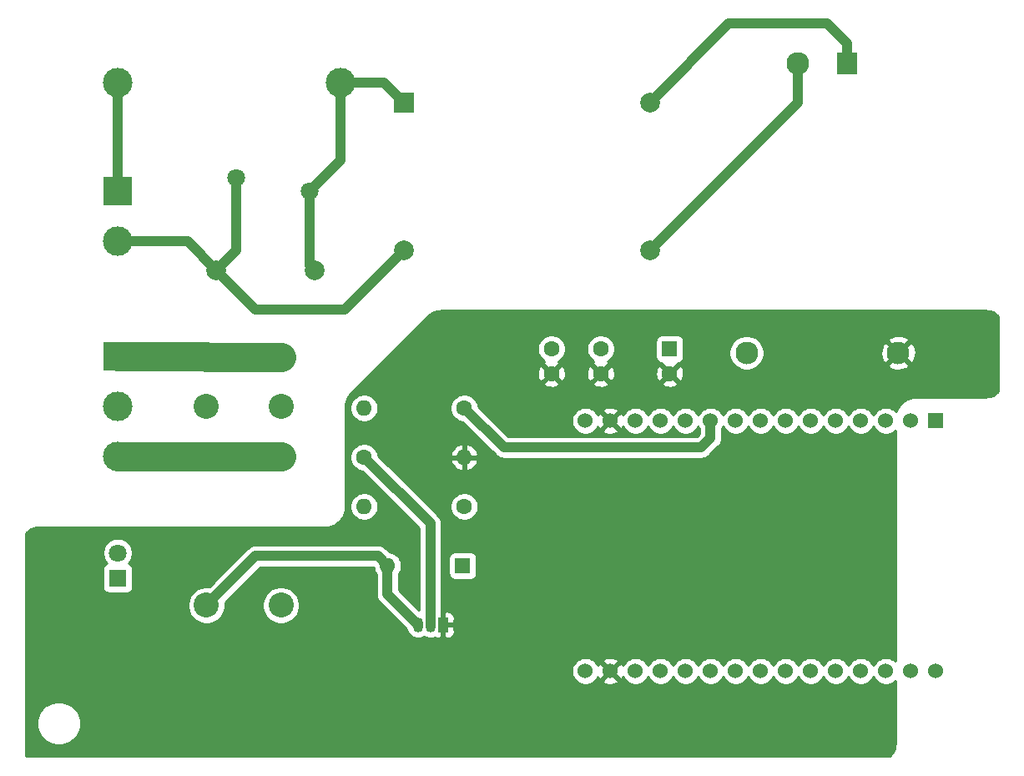
<source format=gbl>
G04 #@! TF.GenerationSoftware,KiCad,Pcbnew,(5.1.10)-1*
G04 #@! TF.CreationDate,2021-12-02T13:22:16+01:00*
G04 #@! TF.ProjectId,brama,6272616d-612e-46b6-9963-61645f706362,rev?*
G04 #@! TF.SameCoordinates,Original*
G04 #@! TF.FileFunction,Copper,L2,Bot*
G04 #@! TF.FilePolarity,Positive*
%FSLAX46Y46*%
G04 Gerber Fmt 4.6, Leading zero omitted, Abs format (unit mm)*
G04 Created by KiCad (PCBNEW (5.1.10)-1) date 2021-12-02 13:22:16*
%MOMM*%
%LPD*%
G01*
G04 APERTURE LIST*
G04 #@! TA.AperFunction,ComponentPad*
%ADD10C,1.600000*%
G04 #@! TD*
G04 #@! TA.AperFunction,ComponentPad*
%ADD11C,3.000000*%
G04 #@! TD*
G04 #@! TA.AperFunction,ComponentPad*
%ADD12R,3.000000X3.000000*%
G04 #@! TD*
G04 #@! TA.AperFunction,ComponentPad*
%ADD13O,1.600000X1.600000*%
G04 #@! TD*
G04 #@! TA.AperFunction,ComponentPad*
%ADD14C,1.524000*%
G04 #@! TD*
G04 #@! TA.AperFunction,ComponentPad*
%ADD15R,1.524000X1.524000*%
G04 #@! TD*
G04 #@! TA.AperFunction,ComponentPad*
%ADD16R,1.050000X1.500000*%
G04 #@! TD*
G04 #@! TA.AperFunction,ComponentPad*
%ADD17O,1.050000X1.500000*%
G04 #@! TD*
G04 #@! TA.AperFunction,ComponentPad*
%ADD18C,2.300000*%
G04 #@! TD*
G04 #@! TA.AperFunction,ComponentPad*
%ADD19R,2.000000X2.300000*%
G04 #@! TD*
G04 #@! TA.AperFunction,ComponentPad*
%ADD20C,2.000000*%
G04 #@! TD*
G04 #@! TA.AperFunction,ComponentPad*
%ADD21R,2.000000X2.000000*%
G04 #@! TD*
G04 #@! TA.AperFunction,ComponentPad*
%ADD22C,2.540000*%
G04 #@! TD*
G04 #@! TA.AperFunction,ComponentPad*
%ADD23C,1.800000*%
G04 #@! TD*
G04 #@! TA.AperFunction,ComponentPad*
%ADD24R,1.600000X1.600000*%
G04 #@! TD*
G04 #@! TA.AperFunction,ComponentPad*
%ADD25R,1.800000X1.800000*%
G04 #@! TD*
G04 #@! TA.AperFunction,Conductor*
%ADD26C,1.000000*%
G04 #@! TD*
G04 #@! TA.AperFunction,Conductor*
%ADD27C,3.000000*%
G04 #@! TD*
G04 #@! TA.AperFunction,Conductor*
%ADD28C,0.254000*%
G04 #@! TD*
G04 #@! TA.AperFunction,Conductor*
%ADD29C,0.100000*%
G04 #@! TD*
G04 APERTURE END LIST*
D10*
X209000000Y-67500000D03*
X209000000Y-65000000D03*
X204000000Y-67500000D03*
X204000000Y-65000000D03*
D11*
X160000000Y-54080000D03*
D12*
X160000000Y-49000000D03*
D10*
X185000000Y-76000000D03*
D13*
X195160000Y-76000000D03*
X185000000Y-71000000D03*
D10*
X195160000Y-71000000D03*
D14*
X243000000Y-97700000D03*
X240460000Y-97700000D03*
X237920000Y-97700000D03*
X235380000Y-97700000D03*
X232840000Y-97700000D03*
X230300000Y-97700000D03*
X227760000Y-97700000D03*
X225220000Y-97700000D03*
X222680000Y-97700000D03*
X220140000Y-97700000D03*
X217600000Y-97700000D03*
X215060000Y-97700000D03*
X212520000Y-97700000D03*
X209980000Y-97700000D03*
X207440000Y-97700000D03*
X207440000Y-72300000D03*
X209980000Y-72300000D03*
X212520000Y-72300000D03*
X215060000Y-72300000D03*
X217600000Y-72300000D03*
X220140000Y-72300000D03*
X222680000Y-72300000D03*
X225220000Y-72300000D03*
X227760000Y-72300000D03*
X230300000Y-72300000D03*
X232840000Y-72300000D03*
X235380000Y-72300000D03*
X237920000Y-72300000D03*
X240460000Y-72300000D03*
D15*
X243000000Y-72300000D03*
D16*
X193000000Y-93000000D03*
D17*
X190460000Y-93000000D03*
X191730000Y-93000000D03*
D11*
X160000000Y-75910000D03*
X160000000Y-70830000D03*
D12*
X160000000Y-65750000D03*
D18*
X239200000Y-65400000D03*
D19*
X234000000Y-36000000D03*
D18*
X229000000Y-36000000D03*
X223800000Y-65400000D03*
D20*
X214000000Y-55000000D03*
X189000000Y-55000000D03*
X214000000Y-40000000D03*
D21*
X189000000Y-40000000D03*
D22*
X176560000Y-65800000D03*
X169000000Y-65800000D03*
X176560000Y-70840000D03*
X169000000Y-70840000D03*
X176560000Y-75880000D03*
X169000000Y-75880000D03*
X176560000Y-91000000D03*
X169000000Y-91000000D03*
D23*
X172000000Y-47600000D03*
X179500000Y-49000000D03*
D13*
X185000000Y-81000000D03*
D10*
X195160000Y-81000000D03*
D11*
X182600000Y-38000000D03*
X160000000Y-38000000D03*
D13*
X187380000Y-87000000D03*
D24*
X195000000Y-87000000D03*
D23*
X160000000Y-85710000D03*
D25*
X160000000Y-88250000D03*
D10*
X216000000Y-67500000D03*
D24*
X216000000Y-65000000D03*
D20*
X180000000Y-57000000D03*
X170000000Y-57000000D03*
D26*
X167080000Y-54080000D02*
X170000000Y-57000000D01*
X160000000Y-54080000D02*
X167080000Y-54080000D01*
X172000000Y-55000000D02*
X170000000Y-57000000D01*
X172000000Y-47600000D02*
X172000000Y-55000000D01*
X183000000Y-61000000D02*
X189000000Y-55000000D01*
X174000000Y-61000000D02*
X183000000Y-61000000D01*
X170000000Y-57000000D02*
X174000000Y-61000000D01*
X187000000Y-38000000D02*
X189000000Y-40000000D01*
X182600000Y-38000000D02*
X187000000Y-38000000D01*
X182600000Y-45900000D02*
X179500000Y-49000000D01*
X182600000Y-38000000D02*
X182600000Y-45900000D01*
X179500000Y-56500000D02*
X180000000Y-57000000D01*
X179500000Y-49000000D02*
X179500000Y-56500000D01*
X187380000Y-89920000D02*
X190460000Y-93000000D01*
X187380000Y-87000000D02*
X187380000Y-89920000D01*
X174000000Y-86000000D02*
X169000000Y-91000000D01*
X186380000Y-86000000D02*
X174000000Y-86000000D01*
X187380000Y-87000000D02*
X186380000Y-86000000D01*
X229000000Y-40000000D02*
X214000000Y-55000000D01*
X229000000Y-36000000D02*
X229000000Y-40000000D01*
X234000000Y-34000000D02*
X234000000Y-36000000D01*
X232000000Y-32000000D02*
X234000000Y-34000000D01*
X222000000Y-32000000D02*
X232000000Y-32000000D01*
X214000000Y-40000000D02*
X222000000Y-32000000D01*
X191730000Y-82730000D02*
X185000000Y-76000000D01*
X191730000Y-93000000D02*
X191730000Y-82730000D01*
X219220000Y-75000000D02*
X220140000Y-74080000D01*
X199160000Y-75000000D02*
X219220000Y-75000000D01*
X220140000Y-74080000D02*
X220140000Y-72300000D01*
X195160000Y-71000000D02*
X199160000Y-75000000D01*
X160000000Y-39000000D02*
X160250000Y-38750000D01*
X160000000Y-49000000D02*
X160000000Y-38000000D01*
D27*
X168970000Y-75910000D02*
X169000000Y-75880000D01*
X160000000Y-75910000D02*
X168970000Y-75910000D01*
X169000000Y-75880000D02*
X176560000Y-75880000D01*
X168950000Y-65750000D02*
X169000000Y-65800000D01*
X160000000Y-65750000D02*
X168950000Y-65750000D01*
X169000000Y-65800000D02*
X176560000Y-65800000D01*
D28*
X248266504Y-61146385D02*
X248527593Y-61203181D01*
X248777940Y-61296556D01*
X249012445Y-61424605D01*
X249226338Y-61584724D01*
X249340000Y-61698386D01*
X249340001Y-69301613D01*
X249226338Y-69415276D01*
X249012445Y-69575395D01*
X248777940Y-69703444D01*
X248527593Y-69796819D01*
X248266504Y-69853615D01*
X247995470Y-69873000D01*
X241000000Y-69873000D01*
X240990940Y-69873324D01*
X240706310Y-69893681D01*
X240688374Y-69896259D01*
X240409539Y-69956916D01*
X240392153Y-69962021D01*
X240124788Y-70061743D01*
X240108305Y-70069271D01*
X239857853Y-70206028D01*
X239842610Y-70215824D01*
X239614171Y-70386832D01*
X239600476Y-70398698D01*
X239398698Y-70600476D01*
X239386832Y-70614171D01*
X239215824Y-70842610D01*
X239206028Y-70857853D01*
X239069271Y-71108305D01*
X239061743Y-71124788D01*
X238969026Y-71373371D01*
X238810535Y-71214880D01*
X238581727Y-71061995D01*
X238327490Y-70956686D01*
X238057592Y-70903000D01*
X237782408Y-70903000D01*
X237512510Y-70956686D01*
X237258273Y-71061995D01*
X237029465Y-71214880D01*
X236834880Y-71409465D01*
X236681995Y-71638273D01*
X236650000Y-71715515D01*
X236618005Y-71638273D01*
X236465120Y-71409465D01*
X236270535Y-71214880D01*
X236041727Y-71061995D01*
X235787490Y-70956686D01*
X235517592Y-70903000D01*
X235242408Y-70903000D01*
X234972510Y-70956686D01*
X234718273Y-71061995D01*
X234489465Y-71214880D01*
X234294880Y-71409465D01*
X234141995Y-71638273D01*
X234110000Y-71715515D01*
X234078005Y-71638273D01*
X233925120Y-71409465D01*
X233730535Y-71214880D01*
X233501727Y-71061995D01*
X233247490Y-70956686D01*
X232977592Y-70903000D01*
X232702408Y-70903000D01*
X232432510Y-70956686D01*
X232178273Y-71061995D01*
X231949465Y-71214880D01*
X231754880Y-71409465D01*
X231601995Y-71638273D01*
X231570000Y-71715515D01*
X231538005Y-71638273D01*
X231385120Y-71409465D01*
X231190535Y-71214880D01*
X230961727Y-71061995D01*
X230707490Y-70956686D01*
X230437592Y-70903000D01*
X230162408Y-70903000D01*
X229892510Y-70956686D01*
X229638273Y-71061995D01*
X229409465Y-71214880D01*
X229214880Y-71409465D01*
X229061995Y-71638273D01*
X229030000Y-71715515D01*
X228998005Y-71638273D01*
X228845120Y-71409465D01*
X228650535Y-71214880D01*
X228421727Y-71061995D01*
X228167490Y-70956686D01*
X227897592Y-70903000D01*
X227622408Y-70903000D01*
X227352510Y-70956686D01*
X227098273Y-71061995D01*
X226869465Y-71214880D01*
X226674880Y-71409465D01*
X226521995Y-71638273D01*
X226490000Y-71715515D01*
X226458005Y-71638273D01*
X226305120Y-71409465D01*
X226110535Y-71214880D01*
X225881727Y-71061995D01*
X225627490Y-70956686D01*
X225357592Y-70903000D01*
X225082408Y-70903000D01*
X224812510Y-70956686D01*
X224558273Y-71061995D01*
X224329465Y-71214880D01*
X224134880Y-71409465D01*
X223981995Y-71638273D01*
X223950000Y-71715515D01*
X223918005Y-71638273D01*
X223765120Y-71409465D01*
X223570535Y-71214880D01*
X223341727Y-71061995D01*
X223087490Y-70956686D01*
X222817592Y-70903000D01*
X222542408Y-70903000D01*
X222272510Y-70956686D01*
X222018273Y-71061995D01*
X221789465Y-71214880D01*
X221594880Y-71409465D01*
X221441995Y-71638273D01*
X221410000Y-71715515D01*
X221378005Y-71638273D01*
X221225120Y-71409465D01*
X221030535Y-71214880D01*
X220801727Y-71061995D01*
X220547490Y-70956686D01*
X220277592Y-70903000D01*
X220002408Y-70903000D01*
X219732510Y-70956686D01*
X219478273Y-71061995D01*
X219249465Y-71214880D01*
X219054880Y-71409465D01*
X218901995Y-71638273D01*
X218870000Y-71715515D01*
X218838005Y-71638273D01*
X218685120Y-71409465D01*
X218490535Y-71214880D01*
X218261727Y-71061995D01*
X218007490Y-70956686D01*
X217737592Y-70903000D01*
X217462408Y-70903000D01*
X217192510Y-70956686D01*
X216938273Y-71061995D01*
X216709465Y-71214880D01*
X216514880Y-71409465D01*
X216361995Y-71638273D01*
X216330000Y-71715515D01*
X216298005Y-71638273D01*
X216145120Y-71409465D01*
X215950535Y-71214880D01*
X215721727Y-71061995D01*
X215467490Y-70956686D01*
X215197592Y-70903000D01*
X214922408Y-70903000D01*
X214652510Y-70956686D01*
X214398273Y-71061995D01*
X214169465Y-71214880D01*
X213974880Y-71409465D01*
X213821995Y-71638273D01*
X213790000Y-71715515D01*
X213758005Y-71638273D01*
X213605120Y-71409465D01*
X213410535Y-71214880D01*
X213181727Y-71061995D01*
X212927490Y-70956686D01*
X212657592Y-70903000D01*
X212382408Y-70903000D01*
X212112510Y-70956686D01*
X211858273Y-71061995D01*
X211629465Y-71214880D01*
X211434880Y-71409465D01*
X211281995Y-71638273D01*
X211252308Y-71709943D01*
X211247636Y-71696977D01*
X211185656Y-71581020D01*
X210945565Y-71514040D01*
X210159605Y-72300000D01*
X210945565Y-73085960D01*
X211185656Y-73018980D01*
X211249485Y-72883240D01*
X211281995Y-72961727D01*
X211434880Y-73190535D01*
X211629465Y-73385120D01*
X211858273Y-73538005D01*
X212112510Y-73643314D01*
X212382408Y-73697000D01*
X212657592Y-73697000D01*
X212927490Y-73643314D01*
X213181727Y-73538005D01*
X213410535Y-73385120D01*
X213605120Y-73190535D01*
X213758005Y-72961727D01*
X213790000Y-72884485D01*
X213821995Y-72961727D01*
X213974880Y-73190535D01*
X214169465Y-73385120D01*
X214398273Y-73538005D01*
X214652510Y-73643314D01*
X214922408Y-73697000D01*
X215197592Y-73697000D01*
X215467490Y-73643314D01*
X215721727Y-73538005D01*
X215950535Y-73385120D01*
X216145120Y-73190535D01*
X216298005Y-72961727D01*
X216330000Y-72884485D01*
X216361995Y-72961727D01*
X216514880Y-73190535D01*
X216709465Y-73385120D01*
X216938273Y-73538005D01*
X217192510Y-73643314D01*
X217462408Y-73697000D01*
X217737592Y-73697000D01*
X218007490Y-73643314D01*
X218261727Y-73538005D01*
X218490535Y-73385120D01*
X218685120Y-73190535D01*
X218838005Y-72961727D01*
X218870000Y-72884485D01*
X218901995Y-72961727D01*
X219005000Y-73115884D01*
X219005000Y-73609868D01*
X218749869Y-73865000D01*
X199630132Y-73865000D01*
X197927540Y-72162408D01*
X206043000Y-72162408D01*
X206043000Y-72437592D01*
X206096686Y-72707490D01*
X206201995Y-72961727D01*
X206354880Y-73190535D01*
X206549465Y-73385120D01*
X206778273Y-73538005D01*
X207032510Y-73643314D01*
X207302408Y-73697000D01*
X207577592Y-73697000D01*
X207847490Y-73643314D01*
X208101727Y-73538005D01*
X208330535Y-73385120D01*
X208450090Y-73265565D01*
X209194040Y-73265565D01*
X209261020Y-73505656D01*
X209510048Y-73622756D01*
X209777135Y-73689023D01*
X210052017Y-73701910D01*
X210324133Y-73660922D01*
X210583023Y-73567636D01*
X210698980Y-73505656D01*
X210765960Y-73265565D01*
X209980000Y-72479605D01*
X209194040Y-73265565D01*
X208450090Y-73265565D01*
X208525120Y-73190535D01*
X208678005Y-72961727D01*
X208707692Y-72890057D01*
X208712364Y-72903023D01*
X208774344Y-73018980D01*
X209014435Y-73085960D01*
X209800395Y-72300000D01*
X209014435Y-71514040D01*
X208774344Y-71581020D01*
X208710515Y-71716760D01*
X208678005Y-71638273D01*
X208525120Y-71409465D01*
X208450090Y-71334435D01*
X209194040Y-71334435D01*
X209980000Y-72120395D01*
X210765960Y-71334435D01*
X210698980Y-71094344D01*
X210449952Y-70977244D01*
X210182865Y-70910977D01*
X209907983Y-70898090D01*
X209635867Y-70939078D01*
X209376977Y-71032364D01*
X209261020Y-71094344D01*
X209194040Y-71334435D01*
X208450090Y-71334435D01*
X208330535Y-71214880D01*
X208101727Y-71061995D01*
X207847490Y-70956686D01*
X207577592Y-70903000D01*
X207302408Y-70903000D01*
X207032510Y-70956686D01*
X206778273Y-71061995D01*
X206549465Y-71214880D01*
X206354880Y-71409465D01*
X206201995Y-71638273D01*
X206096686Y-71892510D01*
X206043000Y-72162408D01*
X197927540Y-72162408D01*
X196587850Y-70822719D01*
X196539853Y-70581426D01*
X196431680Y-70320273D01*
X196274637Y-70085241D01*
X196074759Y-69885363D01*
X195839727Y-69728320D01*
X195578574Y-69620147D01*
X195301335Y-69565000D01*
X195018665Y-69565000D01*
X194741426Y-69620147D01*
X194480273Y-69728320D01*
X194245241Y-69885363D01*
X194045363Y-70085241D01*
X193888320Y-70320273D01*
X193780147Y-70581426D01*
X193725000Y-70858665D01*
X193725000Y-71141335D01*
X193780147Y-71418574D01*
X193888320Y-71679727D01*
X194045363Y-71914759D01*
X194245241Y-72114637D01*
X194480273Y-72271680D01*
X194741426Y-72379853D01*
X194982719Y-72427850D01*
X198318009Y-75763141D01*
X198353551Y-75806449D01*
X198526377Y-75948284D01*
X198723553Y-76053676D01*
X198937501Y-76118577D01*
X199104248Y-76135000D01*
X199104257Y-76135000D01*
X199159999Y-76140490D01*
X199215741Y-76135000D01*
X219164249Y-76135000D01*
X219220000Y-76140491D01*
X219275751Y-76135000D01*
X219275752Y-76135000D01*
X219442499Y-76118577D01*
X219656447Y-76053676D01*
X219853623Y-75948284D01*
X220026449Y-75806449D01*
X220061995Y-75763136D01*
X220903140Y-74921992D01*
X220946449Y-74886449D01*
X221088284Y-74713623D01*
X221193676Y-74516447D01*
X221258577Y-74302499D01*
X221275000Y-74135752D01*
X221275000Y-74135743D01*
X221280490Y-74080001D01*
X221275000Y-74024259D01*
X221275000Y-73115884D01*
X221378005Y-72961727D01*
X221410000Y-72884485D01*
X221441995Y-72961727D01*
X221594880Y-73190535D01*
X221789465Y-73385120D01*
X222018273Y-73538005D01*
X222272510Y-73643314D01*
X222542408Y-73697000D01*
X222817592Y-73697000D01*
X223087490Y-73643314D01*
X223341727Y-73538005D01*
X223570535Y-73385120D01*
X223765120Y-73190535D01*
X223918005Y-72961727D01*
X223950000Y-72884485D01*
X223981995Y-72961727D01*
X224134880Y-73190535D01*
X224329465Y-73385120D01*
X224558273Y-73538005D01*
X224812510Y-73643314D01*
X225082408Y-73697000D01*
X225357592Y-73697000D01*
X225627490Y-73643314D01*
X225881727Y-73538005D01*
X226110535Y-73385120D01*
X226305120Y-73190535D01*
X226458005Y-72961727D01*
X226490000Y-72884485D01*
X226521995Y-72961727D01*
X226674880Y-73190535D01*
X226869465Y-73385120D01*
X227098273Y-73538005D01*
X227352510Y-73643314D01*
X227622408Y-73697000D01*
X227897592Y-73697000D01*
X228167490Y-73643314D01*
X228421727Y-73538005D01*
X228650535Y-73385120D01*
X228845120Y-73190535D01*
X228998005Y-72961727D01*
X229030000Y-72884485D01*
X229061995Y-72961727D01*
X229214880Y-73190535D01*
X229409465Y-73385120D01*
X229638273Y-73538005D01*
X229892510Y-73643314D01*
X230162408Y-73697000D01*
X230437592Y-73697000D01*
X230707490Y-73643314D01*
X230961727Y-73538005D01*
X231190535Y-73385120D01*
X231385120Y-73190535D01*
X231538005Y-72961727D01*
X231570000Y-72884485D01*
X231601995Y-72961727D01*
X231754880Y-73190535D01*
X231949465Y-73385120D01*
X232178273Y-73538005D01*
X232432510Y-73643314D01*
X232702408Y-73697000D01*
X232977592Y-73697000D01*
X233247490Y-73643314D01*
X233501727Y-73538005D01*
X233730535Y-73385120D01*
X233925120Y-73190535D01*
X234078005Y-72961727D01*
X234110000Y-72884485D01*
X234141995Y-72961727D01*
X234294880Y-73190535D01*
X234489465Y-73385120D01*
X234718273Y-73538005D01*
X234972510Y-73643314D01*
X235242408Y-73697000D01*
X235517592Y-73697000D01*
X235787490Y-73643314D01*
X236041727Y-73538005D01*
X236270535Y-73385120D01*
X236465120Y-73190535D01*
X236618005Y-72961727D01*
X236650000Y-72884485D01*
X236681995Y-72961727D01*
X236834880Y-73190535D01*
X237029465Y-73385120D01*
X237258273Y-73538005D01*
X237512510Y-73643314D01*
X237782408Y-73697000D01*
X238057592Y-73697000D01*
X238327490Y-73643314D01*
X238581727Y-73538005D01*
X238810535Y-73385120D01*
X238873000Y-73322655D01*
X238873000Y-96677345D01*
X238810535Y-96614880D01*
X238581727Y-96461995D01*
X238327490Y-96356686D01*
X238057592Y-96303000D01*
X237782408Y-96303000D01*
X237512510Y-96356686D01*
X237258273Y-96461995D01*
X237029465Y-96614880D01*
X236834880Y-96809465D01*
X236681995Y-97038273D01*
X236650000Y-97115515D01*
X236618005Y-97038273D01*
X236465120Y-96809465D01*
X236270535Y-96614880D01*
X236041727Y-96461995D01*
X235787490Y-96356686D01*
X235517592Y-96303000D01*
X235242408Y-96303000D01*
X234972510Y-96356686D01*
X234718273Y-96461995D01*
X234489465Y-96614880D01*
X234294880Y-96809465D01*
X234141995Y-97038273D01*
X234110000Y-97115515D01*
X234078005Y-97038273D01*
X233925120Y-96809465D01*
X233730535Y-96614880D01*
X233501727Y-96461995D01*
X233247490Y-96356686D01*
X232977592Y-96303000D01*
X232702408Y-96303000D01*
X232432510Y-96356686D01*
X232178273Y-96461995D01*
X231949465Y-96614880D01*
X231754880Y-96809465D01*
X231601995Y-97038273D01*
X231570000Y-97115515D01*
X231538005Y-97038273D01*
X231385120Y-96809465D01*
X231190535Y-96614880D01*
X230961727Y-96461995D01*
X230707490Y-96356686D01*
X230437592Y-96303000D01*
X230162408Y-96303000D01*
X229892510Y-96356686D01*
X229638273Y-96461995D01*
X229409465Y-96614880D01*
X229214880Y-96809465D01*
X229061995Y-97038273D01*
X229030000Y-97115515D01*
X228998005Y-97038273D01*
X228845120Y-96809465D01*
X228650535Y-96614880D01*
X228421727Y-96461995D01*
X228167490Y-96356686D01*
X227897592Y-96303000D01*
X227622408Y-96303000D01*
X227352510Y-96356686D01*
X227098273Y-96461995D01*
X226869465Y-96614880D01*
X226674880Y-96809465D01*
X226521995Y-97038273D01*
X226490000Y-97115515D01*
X226458005Y-97038273D01*
X226305120Y-96809465D01*
X226110535Y-96614880D01*
X225881727Y-96461995D01*
X225627490Y-96356686D01*
X225357592Y-96303000D01*
X225082408Y-96303000D01*
X224812510Y-96356686D01*
X224558273Y-96461995D01*
X224329465Y-96614880D01*
X224134880Y-96809465D01*
X223981995Y-97038273D01*
X223950000Y-97115515D01*
X223918005Y-97038273D01*
X223765120Y-96809465D01*
X223570535Y-96614880D01*
X223341727Y-96461995D01*
X223087490Y-96356686D01*
X222817592Y-96303000D01*
X222542408Y-96303000D01*
X222272510Y-96356686D01*
X222018273Y-96461995D01*
X221789465Y-96614880D01*
X221594880Y-96809465D01*
X221441995Y-97038273D01*
X221410000Y-97115515D01*
X221378005Y-97038273D01*
X221225120Y-96809465D01*
X221030535Y-96614880D01*
X220801727Y-96461995D01*
X220547490Y-96356686D01*
X220277592Y-96303000D01*
X220002408Y-96303000D01*
X219732510Y-96356686D01*
X219478273Y-96461995D01*
X219249465Y-96614880D01*
X219054880Y-96809465D01*
X218901995Y-97038273D01*
X218870000Y-97115515D01*
X218838005Y-97038273D01*
X218685120Y-96809465D01*
X218490535Y-96614880D01*
X218261727Y-96461995D01*
X218007490Y-96356686D01*
X217737592Y-96303000D01*
X217462408Y-96303000D01*
X217192510Y-96356686D01*
X216938273Y-96461995D01*
X216709465Y-96614880D01*
X216514880Y-96809465D01*
X216361995Y-97038273D01*
X216330000Y-97115515D01*
X216298005Y-97038273D01*
X216145120Y-96809465D01*
X215950535Y-96614880D01*
X215721727Y-96461995D01*
X215467490Y-96356686D01*
X215197592Y-96303000D01*
X214922408Y-96303000D01*
X214652510Y-96356686D01*
X214398273Y-96461995D01*
X214169465Y-96614880D01*
X213974880Y-96809465D01*
X213821995Y-97038273D01*
X213790000Y-97115515D01*
X213758005Y-97038273D01*
X213605120Y-96809465D01*
X213410535Y-96614880D01*
X213181727Y-96461995D01*
X212927490Y-96356686D01*
X212657592Y-96303000D01*
X212382408Y-96303000D01*
X212112510Y-96356686D01*
X211858273Y-96461995D01*
X211629465Y-96614880D01*
X211434880Y-96809465D01*
X211281995Y-97038273D01*
X211252308Y-97109943D01*
X211247636Y-97096977D01*
X211185656Y-96981020D01*
X210945565Y-96914040D01*
X210159605Y-97700000D01*
X210945565Y-98485960D01*
X211185656Y-98418980D01*
X211249485Y-98283240D01*
X211281995Y-98361727D01*
X211434880Y-98590535D01*
X211629465Y-98785120D01*
X211858273Y-98938005D01*
X212112510Y-99043314D01*
X212382408Y-99097000D01*
X212657592Y-99097000D01*
X212927490Y-99043314D01*
X213181727Y-98938005D01*
X213410535Y-98785120D01*
X213605120Y-98590535D01*
X213758005Y-98361727D01*
X213790000Y-98284485D01*
X213821995Y-98361727D01*
X213974880Y-98590535D01*
X214169465Y-98785120D01*
X214398273Y-98938005D01*
X214652510Y-99043314D01*
X214922408Y-99097000D01*
X215197592Y-99097000D01*
X215467490Y-99043314D01*
X215721727Y-98938005D01*
X215950535Y-98785120D01*
X216145120Y-98590535D01*
X216298005Y-98361727D01*
X216330000Y-98284485D01*
X216361995Y-98361727D01*
X216514880Y-98590535D01*
X216709465Y-98785120D01*
X216938273Y-98938005D01*
X217192510Y-99043314D01*
X217462408Y-99097000D01*
X217737592Y-99097000D01*
X218007490Y-99043314D01*
X218261727Y-98938005D01*
X218490535Y-98785120D01*
X218685120Y-98590535D01*
X218838005Y-98361727D01*
X218870000Y-98284485D01*
X218901995Y-98361727D01*
X219054880Y-98590535D01*
X219249465Y-98785120D01*
X219478273Y-98938005D01*
X219732510Y-99043314D01*
X220002408Y-99097000D01*
X220277592Y-99097000D01*
X220547490Y-99043314D01*
X220801727Y-98938005D01*
X221030535Y-98785120D01*
X221225120Y-98590535D01*
X221378005Y-98361727D01*
X221410000Y-98284485D01*
X221441995Y-98361727D01*
X221594880Y-98590535D01*
X221789465Y-98785120D01*
X222018273Y-98938005D01*
X222272510Y-99043314D01*
X222542408Y-99097000D01*
X222817592Y-99097000D01*
X223087490Y-99043314D01*
X223341727Y-98938005D01*
X223570535Y-98785120D01*
X223765120Y-98590535D01*
X223918005Y-98361727D01*
X223950000Y-98284485D01*
X223981995Y-98361727D01*
X224134880Y-98590535D01*
X224329465Y-98785120D01*
X224558273Y-98938005D01*
X224812510Y-99043314D01*
X225082408Y-99097000D01*
X225357592Y-99097000D01*
X225627490Y-99043314D01*
X225881727Y-98938005D01*
X226110535Y-98785120D01*
X226305120Y-98590535D01*
X226458005Y-98361727D01*
X226490000Y-98284485D01*
X226521995Y-98361727D01*
X226674880Y-98590535D01*
X226869465Y-98785120D01*
X227098273Y-98938005D01*
X227352510Y-99043314D01*
X227622408Y-99097000D01*
X227897592Y-99097000D01*
X228167490Y-99043314D01*
X228421727Y-98938005D01*
X228650535Y-98785120D01*
X228845120Y-98590535D01*
X228998005Y-98361727D01*
X229030000Y-98284485D01*
X229061995Y-98361727D01*
X229214880Y-98590535D01*
X229409465Y-98785120D01*
X229638273Y-98938005D01*
X229892510Y-99043314D01*
X230162408Y-99097000D01*
X230437592Y-99097000D01*
X230707490Y-99043314D01*
X230961727Y-98938005D01*
X231190535Y-98785120D01*
X231385120Y-98590535D01*
X231538005Y-98361727D01*
X231570000Y-98284485D01*
X231601995Y-98361727D01*
X231754880Y-98590535D01*
X231949465Y-98785120D01*
X232178273Y-98938005D01*
X232432510Y-99043314D01*
X232702408Y-99097000D01*
X232977592Y-99097000D01*
X233247490Y-99043314D01*
X233501727Y-98938005D01*
X233730535Y-98785120D01*
X233925120Y-98590535D01*
X234078005Y-98361727D01*
X234110000Y-98284485D01*
X234141995Y-98361727D01*
X234294880Y-98590535D01*
X234489465Y-98785120D01*
X234718273Y-98938005D01*
X234972510Y-99043314D01*
X235242408Y-99097000D01*
X235517592Y-99097000D01*
X235787490Y-99043314D01*
X236041727Y-98938005D01*
X236270535Y-98785120D01*
X236465120Y-98590535D01*
X236618005Y-98361727D01*
X236650000Y-98284485D01*
X236681995Y-98361727D01*
X236834880Y-98590535D01*
X237029465Y-98785120D01*
X237258273Y-98938005D01*
X237512510Y-99043314D01*
X237782408Y-99097000D01*
X238057592Y-99097000D01*
X238327490Y-99043314D01*
X238581727Y-98938005D01*
X238810535Y-98785120D01*
X238873000Y-98722655D01*
X238873000Y-104995470D01*
X238853615Y-105266504D01*
X238796819Y-105527593D01*
X238703444Y-105777940D01*
X238575395Y-106012445D01*
X238415276Y-106226338D01*
X238301614Y-106340000D01*
X150698386Y-106340000D01*
X150660000Y-106301614D01*
X150660000Y-102779872D01*
X151765000Y-102779872D01*
X151765000Y-103220128D01*
X151850890Y-103651925D01*
X152019369Y-104058669D01*
X152263962Y-104424729D01*
X152575271Y-104736038D01*
X152941331Y-104980631D01*
X153348075Y-105149110D01*
X153779872Y-105235000D01*
X154220128Y-105235000D01*
X154651925Y-105149110D01*
X155058669Y-104980631D01*
X155424729Y-104736038D01*
X155736038Y-104424729D01*
X155980631Y-104058669D01*
X156149110Y-103651925D01*
X156235000Y-103220128D01*
X156235000Y-102779872D01*
X156149110Y-102348075D01*
X155980631Y-101941331D01*
X155736038Y-101575271D01*
X155424729Y-101263962D01*
X155058669Y-101019369D01*
X154651925Y-100850890D01*
X154220128Y-100765000D01*
X153779872Y-100765000D01*
X153348075Y-100850890D01*
X152941331Y-101019369D01*
X152575271Y-101263962D01*
X152263962Y-101575271D01*
X152019369Y-101941331D01*
X151850890Y-102348075D01*
X151765000Y-102779872D01*
X150660000Y-102779872D01*
X150660000Y-97562408D01*
X206043000Y-97562408D01*
X206043000Y-97837592D01*
X206096686Y-98107490D01*
X206201995Y-98361727D01*
X206354880Y-98590535D01*
X206549465Y-98785120D01*
X206778273Y-98938005D01*
X207032510Y-99043314D01*
X207302408Y-99097000D01*
X207577592Y-99097000D01*
X207847490Y-99043314D01*
X208101727Y-98938005D01*
X208330535Y-98785120D01*
X208450090Y-98665565D01*
X209194040Y-98665565D01*
X209261020Y-98905656D01*
X209510048Y-99022756D01*
X209777135Y-99089023D01*
X210052017Y-99101910D01*
X210324133Y-99060922D01*
X210583023Y-98967636D01*
X210698980Y-98905656D01*
X210765960Y-98665565D01*
X209980000Y-97879605D01*
X209194040Y-98665565D01*
X208450090Y-98665565D01*
X208525120Y-98590535D01*
X208678005Y-98361727D01*
X208707692Y-98290057D01*
X208712364Y-98303023D01*
X208774344Y-98418980D01*
X209014435Y-98485960D01*
X209800395Y-97700000D01*
X209014435Y-96914040D01*
X208774344Y-96981020D01*
X208710515Y-97116760D01*
X208678005Y-97038273D01*
X208525120Y-96809465D01*
X208450090Y-96734435D01*
X209194040Y-96734435D01*
X209980000Y-97520395D01*
X210765960Y-96734435D01*
X210698980Y-96494344D01*
X210449952Y-96377244D01*
X210182865Y-96310977D01*
X209907983Y-96298090D01*
X209635867Y-96339078D01*
X209376977Y-96432364D01*
X209261020Y-96494344D01*
X209194040Y-96734435D01*
X208450090Y-96734435D01*
X208330535Y-96614880D01*
X208101727Y-96461995D01*
X207847490Y-96356686D01*
X207577592Y-96303000D01*
X207302408Y-96303000D01*
X207032510Y-96356686D01*
X206778273Y-96461995D01*
X206549465Y-96614880D01*
X206354880Y-96809465D01*
X206201995Y-97038273D01*
X206096686Y-97292510D01*
X206043000Y-97562408D01*
X150660000Y-97562408D01*
X150660000Y-90812374D01*
X167095000Y-90812374D01*
X167095000Y-91187626D01*
X167168209Y-91555668D01*
X167311811Y-91902356D01*
X167520290Y-92214366D01*
X167785634Y-92479710D01*
X168097644Y-92688189D01*
X168444332Y-92831791D01*
X168812374Y-92905000D01*
X169187626Y-92905000D01*
X169555668Y-92831791D01*
X169902356Y-92688189D01*
X170214366Y-92479710D01*
X170479710Y-92214366D01*
X170688189Y-91902356D01*
X170831791Y-91555668D01*
X170905000Y-91187626D01*
X170905000Y-90812374D01*
X174655000Y-90812374D01*
X174655000Y-91187626D01*
X174728209Y-91555668D01*
X174871811Y-91902356D01*
X175080290Y-92214366D01*
X175345634Y-92479710D01*
X175657644Y-92688189D01*
X176004332Y-92831791D01*
X176372374Y-92905000D01*
X176747626Y-92905000D01*
X177115668Y-92831791D01*
X177462356Y-92688189D01*
X177774366Y-92479710D01*
X178039710Y-92214366D01*
X178248189Y-91902356D01*
X178391791Y-91555668D01*
X178465000Y-91187626D01*
X178465000Y-90812374D01*
X178391791Y-90444332D01*
X178248189Y-90097644D01*
X178039710Y-89785634D01*
X177774366Y-89520290D01*
X177462356Y-89311811D01*
X177115668Y-89168209D01*
X176747626Y-89095000D01*
X176372374Y-89095000D01*
X176004332Y-89168209D01*
X175657644Y-89311811D01*
X175345634Y-89520290D01*
X175080290Y-89785634D01*
X174871811Y-90097644D01*
X174728209Y-90444332D01*
X174655000Y-90812374D01*
X170905000Y-90812374D01*
X170886378Y-90718754D01*
X174470132Y-87135000D01*
X185909868Y-87135000D01*
X185952150Y-87177282D01*
X186000147Y-87418574D01*
X186108320Y-87679727D01*
X186245000Y-87884284D01*
X186245001Y-89864239D01*
X186239509Y-89920000D01*
X186261423Y-90142498D01*
X186326324Y-90356446D01*
X186326325Y-90356447D01*
X186431717Y-90553623D01*
X186573552Y-90726449D01*
X186616860Y-90761991D01*
X189320929Y-93466061D01*
X189383115Y-93671059D01*
X189490829Y-93872578D01*
X189635788Y-94049212D01*
X189812421Y-94194171D01*
X190013940Y-94301885D01*
X190232600Y-94368215D01*
X190460000Y-94390612D01*
X190687399Y-94368215D01*
X190906059Y-94301885D01*
X191094999Y-94200894D01*
X191283940Y-94301885D01*
X191502600Y-94368215D01*
X191730000Y-94390612D01*
X191957399Y-94368215D01*
X192166098Y-94304907D01*
X192230820Y-94339502D01*
X192350518Y-94375812D01*
X192475000Y-94388072D01*
X192714250Y-94385000D01*
X192873000Y-94226250D01*
X192873000Y-93453109D01*
X192873215Y-93452400D01*
X192890000Y-93281979D01*
X192890000Y-93127000D01*
X193127000Y-93127000D01*
X193127000Y-94226250D01*
X193285750Y-94385000D01*
X193525000Y-94388072D01*
X193649482Y-94375812D01*
X193769180Y-94339502D01*
X193879494Y-94280537D01*
X193976185Y-94201185D01*
X194055537Y-94104494D01*
X194114502Y-93994180D01*
X194150812Y-93874482D01*
X194163072Y-93750000D01*
X194160000Y-93285750D01*
X194001250Y-93127000D01*
X193127000Y-93127000D01*
X192890000Y-93127000D01*
X192890000Y-92718022D01*
X192873215Y-92547601D01*
X192873000Y-92546892D01*
X192873000Y-91773750D01*
X193127000Y-91773750D01*
X193127000Y-92873000D01*
X194001250Y-92873000D01*
X194160000Y-92714250D01*
X194163072Y-92250000D01*
X194150812Y-92125518D01*
X194114502Y-92005820D01*
X194055537Y-91895506D01*
X193976185Y-91798815D01*
X193879494Y-91719463D01*
X193769180Y-91660498D01*
X193649482Y-91624188D01*
X193525000Y-91611928D01*
X193285750Y-91615000D01*
X193127000Y-91773750D01*
X192873000Y-91773750D01*
X192865000Y-91765750D01*
X192865000Y-86200000D01*
X193561928Y-86200000D01*
X193561928Y-87800000D01*
X193574188Y-87924482D01*
X193610498Y-88044180D01*
X193669463Y-88154494D01*
X193748815Y-88251185D01*
X193845506Y-88330537D01*
X193955820Y-88389502D01*
X194075518Y-88425812D01*
X194200000Y-88438072D01*
X195800000Y-88438072D01*
X195924482Y-88425812D01*
X196044180Y-88389502D01*
X196154494Y-88330537D01*
X196251185Y-88251185D01*
X196330537Y-88154494D01*
X196389502Y-88044180D01*
X196425812Y-87924482D01*
X196438072Y-87800000D01*
X196438072Y-86200000D01*
X196425812Y-86075518D01*
X196389502Y-85955820D01*
X196330537Y-85845506D01*
X196251185Y-85748815D01*
X196154494Y-85669463D01*
X196044180Y-85610498D01*
X195924482Y-85574188D01*
X195800000Y-85561928D01*
X194200000Y-85561928D01*
X194075518Y-85574188D01*
X193955820Y-85610498D01*
X193845506Y-85669463D01*
X193748815Y-85748815D01*
X193669463Y-85845506D01*
X193610498Y-85955820D01*
X193574188Y-86075518D01*
X193561928Y-86200000D01*
X192865000Y-86200000D01*
X192865000Y-82785741D01*
X192870490Y-82729999D01*
X192865000Y-82674257D01*
X192865000Y-82674248D01*
X192848577Y-82507501D01*
X192783676Y-82293553D01*
X192678284Y-82096377D01*
X192536449Y-81923551D01*
X192493141Y-81888009D01*
X191463797Y-80858665D01*
X193725000Y-80858665D01*
X193725000Y-81141335D01*
X193780147Y-81418574D01*
X193888320Y-81679727D01*
X194045363Y-81914759D01*
X194245241Y-82114637D01*
X194480273Y-82271680D01*
X194741426Y-82379853D01*
X195018665Y-82435000D01*
X195301335Y-82435000D01*
X195578574Y-82379853D01*
X195839727Y-82271680D01*
X196074759Y-82114637D01*
X196274637Y-81914759D01*
X196431680Y-81679727D01*
X196539853Y-81418574D01*
X196595000Y-81141335D01*
X196595000Y-80858665D01*
X196539853Y-80581426D01*
X196431680Y-80320273D01*
X196274637Y-80085241D01*
X196074759Y-79885363D01*
X195839727Y-79728320D01*
X195578574Y-79620147D01*
X195301335Y-79565000D01*
X195018665Y-79565000D01*
X194741426Y-79620147D01*
X194480273Y-79728320D01*
X194245241Y-79885363D01*
X194045363Y-80085241D01*
X193888320Y-80320273D01*
X193780147Y-80581426D01*
X193725000Y-80858665D01*
X191463797Y-80858665D01*
X186954171Y-76349039D01*
X193768096Y-76349039D01*
X193808754Y-76483087D01*
X193928963Y-76737420D01*
X194096481Y-76963414D01*
X194304869Y-77152385D01*
X194546119Y-77297070D01*
X194810960Y-77391909D01*
X195033000Y-77270624D01*
X195033000Y-76127000D01*
X195287000Y-76127000D01*
X195287000Y-77270624D01*
X195509040Y-77391909D01*
X195773881Y-77297070D01*
X196015131Y-77152385D01*
X196223519Y-76963414D01*
X196391037Y-76737420D01*
X196511246Y-76483087D01*
X196551904Y-76349039D01*
X196429915Y-76127000D01*
X195287000Y-76127000D01*
X195033000Y-76127000D01*
X193890085Y-76127000D01*
X193768096Y-76349039D01*
X186954171Y-76349039D01*
X186427850Y-75822719D01*
X186393685Y-75650961D01*
X193768096Y-75650961D01*
X193890085Y-75873000D01*
X195033000Y-75873000D01*
X195033000Y-74729376D01*
X195287000Y-74729376D01*
X195287000Y-75873000D01*
X196429915Y-75873000D01*
X196551904Y-75650961D01*
X196511246Y-75516913D01*
X196391037Y-75262580D01*
X196223519Y-75036586D01*
X196015131Y-74847615D01*
X195773881Y-74702930D01*
X195509040Y-74608091D01*
X195287000Y-74729376D01*
X195033000Y-74729376D01*
X194810960Y-74608091D01*
X194546119Y-74702930D01*
X194304869Y-74847615D01*
X194096481Y-75036586D01*
X193928963Y-75262580D01*
X193808754Y-75516913D01*
X193768096Y-75650961D01*
X186393685Y-75650961D01*
X186379853Y-75581426D01*
X186271680Y-75320273D01*
X186114637Y-75085241D01*
X185914759Y-74885363D01*
X185679727Y-74728320D01*
X185418574Y-74620147D01*
X185141335Y-74565000D01*
X184858665Y-74565000D01*
X184581426Y-74620147D01*
X184320273Y-74728320D01*
X184085241Y-74885363D01*
X183885363Y-75085241D01*
X183728320Y-75320273D01*
X183620147Y-75581426D01*
X183565000Y-75858665D01*
X183565000Y-76141335D01*
X183620147Y-76418574D01*
X183728320Y-76679727D01*
X183885363Y-76914759D01*
X184085241Y-77114637D01*
X184320273Y-77271680D01*
X184581426Y-77379853D01*
X184822719Y-77427850D01*
X190595001Y-83200133D01*
X190595000Y-91529868D01*
X188515000Y-89449869D01*
X188515000Y-87884284D01*
X188651680Y-87679727D01*
X188759853Y-87418574D01*
X188815000Y-87141335D01*
X188815000Y-86858665D01*
X188759853Y-86581426D01*
X188651680Y-86320273D01*
X188494637Y-86085241D01*
X188294759Y-85885363D01*
X188059727Y-85728320D01*
X187798574Y-85620147D01*
X187557282Y-85572150D01*
X187221995Y-85236864D01*
X187186449Y-85193551D01*
X187013623Y-85051716D01*
X186816447Y-84946324D01*
X186602499Y-84881423D01*
X186435752Y-84865000D01*
X186435751Y-84865000D01*
X186380000Y-84859509D01*
X186324249Y-84865000D01*
X174055752Y-84865000D01*
X174000000Y-84859509D01*
X173944248Y-84865000D01*
X173777501Y-84881423D01*
X173563553Y-84946324D01*
X173366377Y-85051716D01*
X173193551Y-85193551D01*
X173158009Y-85236859D01*
X169281246Y-89113622D01*
X169187626Y-89095000D01*
X168812374Y-89095000D01*
X168444332Y-89168209D01*
X168097644Y-89311811D01*
X167785634Y-89520290D01*
X167520290Y-89785634D01*
X167311811Y-90097644D01*
X167168209Y-90444332D01*
X167095000Y-90812374D01*
X150660000Y-90812374D01*
X150660000Y-87350000D01*
X158461928Y-87350000D01*
X158461928Y-89150000D01*
X158474188Y-89274482D01*
X158510498Y-89394180D01*
X158569463Y-89504494D01*
X158648815Y-89601185D01*
X158745506Y-89680537D01*
X158855820Y-89739502D01*
X158975518Y-89775812D01*
X159100000Y-89788072D01*
X160900000Y-89788072D01*
X161024482Y-89775812D01*
X161144180Y-89739502D01*
X161254494Y-89680537D01*
X161351185Y-89601185D01*
X161430537Y-89504494D01*
X161489502Y-89394180D01*
X161525812Y-89274482D01*
X161538072Y-89150000D01*
X161538072Y-87350000D01*
X161525812Y-87225518D01*
X161489502Y-87105820D01*
X161430537Y-86995506D01*
X161351185Y-86898815D01*
X161254494Y-86819463D01*
X161144180Y-86760498D01*
X161125873Y-86754944D01*
X161192312Y-86688505D01*
X161360299Y-86437095D01*
X161476011Y-86157743D01*
X161535000Y-85861184D01*
X161535000Y-85558816D01*
X161476011Y-85262257D01*
X161360299Y-84982905D01*
X161192312Y-84731495D01*
X160978505Y-84517688D01*
X160727095Y-84349701D01*
X160447743Y-84233989D01*
X160151184Y-84175000D01*
X159848816Y-84175000D01*
X159552257Y-84233989D01*
X159272905Y-84349701D01*
X159021495Y-84517688D01*
X158807688Y-84731495D01*
X158639701Y-84982905D01*
X158523989Y-85262257D01*
X158465000Y-85558816D01*
X158465000Y-85861184D01*
X158523989Y-86157743D01*
X158639701Y-86437095D01*
X158807688Y-86688505D01*
X158874127Y-86754944D01*
X158855820Y-86760498D01*
X158745506Y-86819463D01*
X158648815Y-86898815D01*
X158569463Y-86995506D01*
X158510498Y-87105820D01*
X158474188Y-87225518D01*
X158461928Y-87350000D01*
X150660000Y-87350000D01*
X150660000Y-83698386D01*
X150773662Y-83584724D01*
X150987555Y-83424605D01*
X151222060Y-83296556D01*
X151472407Y-83203181D01*
X151733496Y-83146385D01*
X152004530Y-83127000D01*
X181000000Y-83127000D01*
X181009060Y-83126676D01*
X181293690Y-83106319D01*
X181311626Y-83103741D01*
X181590461Y-83043084D01*
X181607847Y-83037979D01*
X181875212Y-82938257D01*
X181891695Y-82930729D01*
X182142147Y-82793972D01*
X182157390Y-82784176D01*
X182385829Y-82613168D01*
X182399524Y-82601302D01*
X182601302Y-82399524D01*
X182613168Y-82385829D01*
X182784176Y-82157390D01*
X182793972Y-82142147D01*
X182930729Y-81891695D01*
X182938257Y-81875212D01*
X183037979Y-81607847D01*
X183043084Y-81590461D01*
X183103741Y-81311626D01*
X183106319Y-81293690D01*
X183126676Y-81009060D01*
X183127000Y-81000000D01*
X183127000Y-80858665D01*
X183565000Y-80858665D01*
X183565000Y-81141335D01*
X183620147Y-81418574D01*
X183728320Y-81679727D01*
X183885363Y-81914759D01*
X184085241Y-82114637D01*
X184320273Y-82271680D01*
X184581426Y-82379853D01*
X184858665Y-82435000D01*
X185141335Y-82435000D01*
X185418574Y-82379853D01*
X185679727Y-82271680D01*
X185914759Y-82114637D01*
X186114637Y-81914759D01*
X186271680Y-81679727D01*
X186379853Y-81418574D01*
X186435000Y-81141335D01*
X186435000Y-80858665D01*
X186379853Y-80581426D01*
X186271680Y-80320273D01*
X186114637Y-80085241D01*
X185914759Y-79885363D01*
X185679727Y-79728320D01*
X185418574Y-79620147D01*
X185141335Y-79565000D01*
X184858665Y-79565000D01*
X184581426Y-79620147D01*
X184320273Y-79728320D01*
X184085241Y-79885363D01*
X183885363Y-80085241D01*
X183728320Y-80320273D01*
X183620147Y-80581426D01*
X183565000Y-80858665D01*
X183127000Y-80858665D01*
X183127000Y-70858665D01*
X183565000Y-70858665D01*
X183565000Y-71141335D01*
X183620147Y-71418574D01*
X183728320Y-71679727D01*
X183885363Y-71914759D01*
X184085241Y-72114637D01*
X184320273Y-72271680D01*
X184581426Y-72379853D01*
X184858665Y-72435000D01*
X185141335Y-72435000D01*
X185418574Y-72379853D01*
X185679727Y-72271680D01*
X185914759Y-72114637D01*
X186114637Y-71914759D01*
X186271680Y-71679727D01*
X186379853Y-71418574D01*
X186435000Y-71141335D01*
X186435000Y-70858665D01*
X186379853Y-70581426D01*
X186271680Y-70320273D01*
X186114637Y-70085241D01*
X185914759Y-69885363D01*
X185679727Y-69728320D01*
X185418574Y-69620147D01*
X185141335Y-69565000D01*
X184858665Y-69565000D01*
X184581426Y-69620147D01*
X184320273Y-69728320D01*
X184085241Y-69885363D01*
X183885363Y-70085241D01*
X183728320Y-70320273D01*
X183620147Y-70581426D01*
X183565000Y-70858665D01*
X183127000Y-70858665D01*
X183127000Y-70832583D01*
X183143293Y-70583989D01*
X183191084Y-70343728D01*
X183269825Y-70111768D01*
X183378171Y-69892062D01*
X183514264Y-69688384D01*
X183678525Y-69501081D01*
X184686904Y-68492702D01*
X203186903Y-68492702D01*
X203258486Y-68736671D01*
X203513996Y-68857571D01*
X203788184Y-68926300D01*
X204070512Y-68940217D01*
X204350130Y-68898787D01*
X204616292Y-68803603D01*
X204741514Y-68736671D01*
X204813097Y-68492702D01*
X208186903Y-68492702D01*
X208258486Y-68736671D01*
X208513996Y-68857571D01*
X208788184Y-68926300D01*
X209070512Y-68940217D01*
X209350130Y-68898787D01*
X209616292Y-68803603D01*
X209741514Y-68736671D01*
X209813097Y-68492702D01*
X215186903Y-68492702D01*
X215258486Y-68736671D01*
X215513996Y-68857571D01*
X215788184Y-68926300D01*
X216070512Y-68940217D01*
X216350130Y-68898787D01*
X216616292Y-68803603D01*
X216741514Y-68736671D01*
X216813097Y-68492702D01*
X216000000Y-67679605D01*
X215186903Y-68492702D01*
X209813097Y-68492702D01*
X209000000Y-67679605D01*
X208186903Y-68492702D01*
X204813097Y-68492702D01*
X204000000Y-67679605D01*
X203186903Y-68492702D01*
X184686904Y-68492702D01*
X185609094Y-67570512D01*
X202559783Y-67570512D01*
X202601213Y-67850130D01*
X202696397Y-68116292D01*
X202763329Y-68241514D01*
X203007298Y-68313097D01*
X203820395Y-67500000D01*
X204179605Y-67500000D01*
X204992702Y-68313097D01*
X205236671Y-68241514D01*
X205357571Y-67986004D01*
X205426300Y-67711816D01*
X205433265Y-67570512D01*
X207559783Y-67570512D01*
X207601213Y-67850130D01*
X207696397Y-68116292D01*
X207763329Y-68241514D01*
X208007298Y-68313097D01*
X208820395Y-67500000D01*
X209179605Y-67500000D01*
X209992702Y-68313097D01*
X210236671Y-68241514D01*
X210357571Y-67986004D01*
X210426300Y-67711816D01*
X210433265Y-67570512D01*
X214559783Y-67570512D01*
X214601213Y-67850130D01*
X214696397Y-68116292D01*
X214763329Y-68241514D01*
X215007298Y-68313097D01*
X215820395Y-67500000D01*
X216179605Y-67500000D01*
X216992702Y-68313097D01*
X217236671Y-68241514D01*
X217357571Y-67986004D01*
X217426300Y-67711816D01*
X217440217Y-67429488D01*
X217398787Y-67149870D01*
X217303603Y-66883708D01*
X217236671Y-66758486D01*
X216992702Y-66686903D01*
X216179605Y-67500000D01*
X215820395Y-67500000D01*
X215007298Y-66686903D01*
X214763329Y-66758486D01*
X214642429Y-67013996D01*
X214573700Y-67288184D01*
X214559783Y-67570512D01*
X210433265Y-67570512D01*
X210440217Y-67429488D01*
X210398787Y-67149870D01*
X210303603Y-66883708D01*
X210236671Y-66758486D01*
X209992702Y-66686903D01*
X209179605Y-67500000D01*
X208820395Y-67500000D01*
X208007298Y-66686903D01*
X207763329Y-66758486D01*
X207642429Y-67013996D01*
X207573700Y-67288184D01*
X207559783Y-67570512D01*
X205433265Y-67570512D01*
X205440217Y-67429488D01*
X205398787Y-67149870D01*
X205303603Y-66883708D01*
X205236671Y-66758486D01*
X204992702Y-66686903D01*
X204179605Y-67500000D01*
X203820395Y-67500000D01*
X203007298Y-66686903D01*
X202763329Y-66758486D01*
X202642429Y-67013996D01*
X202573700Y-67288184D01*
X202559783Y-67570512D01*
X185609094Y-67570512D01*
X188320941Y-64858665D01*
X202565000Y-64858665D01*
X202565000Y-65141335D01*
X202620147Y-65418574D01*
X202728320Y-65679727D01*
X202885363Y-65914759D01*
X203085241Y-66114637D01*
X203285869Y-66248692D01*
X203258486Y-66263329D01*
X203186903Y-66507298D01*
X204000000Y-67320395D01*
X204813097Y-66507298D01*
X204741514Y-66263329D01*
X204712659Y-66249676D01*
X204914759Y-66114637D01*
X205114637Y-65914759D01*
X205271680Y-65679727D01*
X205379853Y-65418574D01*
X205435000Y-65141335D01*
X205435000Y-64858665D01*
X207565000Y-64858665D01*
X207565000Y-65141335D01*
X207620147Y-65418574D01*
X207728320Y-65679727D01*
X207885363Y-65914759D01*
X208085241Y-66114637D01*
X208285869Y-66248692D01*
X208258486Y-66263329D01*
X208186903Y-66507298D01*
X209000000Y-67320395D01*
X209813097Y-66507298D01*
X209741514Y-66263329D01*
X209712659Y-66249676D01*
X209914759Y-66114637D01*
X210114637Y-65914759D01*
X210271680Y-65679727D01*
X210379853Y-65418574D01*
X210435000Y-65141335D01*
X210435000Y-64858665D01*
X210379853Y-64581426D01*
X210271680Y-64320273D01*
X210191317Y-64200000D01*
X214561928Y-64200000D01*
X214561928Y-65800000D01*
X214574188Y-65924482D01*
X214610498Y-66044180D01*
X214669463Y-66154494D01*
X214748815Y-66251185D01*
X214845506Y-66330537D01*
X214955820Y-66389502D01*
X215075518Y-66425812D01*
X215200000Y-66438072D01*
X215207215Y-66438072D01*
X215186903Y-66507298D01*
X216000000Y-67320395D01*
X216813097Y-66507298D01*
X216792785Y-66438072D01*
X216800000Y-66438072D01*
X216924482Y-66425812D01*
X217044180Y-66389502D01*
X217154494Y-66330537D01*
X217251185Y-66251185D01*
X217330537Y-66154494D01*
X217389502Y-66044180D01*
X217425812Y-65924482D01*
X217438072Y-65800000D01*
X217438072Y-65224193D01*
X222015000Y-65224193D01*
X222015000Y-65575807D01*
X222083596Y-65920665D01*
X222218153Y-66245515D01*
X222413500Y-66537871D01*
X222662129Y-66786500D01*
X222954485Y-66981847D01*
X223279335Y-67116404D01*
X223624193Y-67185000D01*
X223975807Y-67185000D01*
X224320665Y-67116404D01*
X224645515Y-66981847D01*
X224937871Y-66786500D01*
X225082022Y-66642349D01*
X238137256Y-66642349D01*
X238251118Y-66922090D01*
X238566296Y-67077961D01*
X238905826Y-67169349D01*
X239256661Y-67192741D01*
X239605319Y-67147240D01*
X239938400Y-67034594D01*
X240148882Y-66922090D01*
X240262744Y-66642349D01*
X239200000Y-65579605D01*
X238137256Y-66642349D01*
X225082022Y-66642349D01*
X225186500Y-66537871D01*
X225381847Y-66245515D01*
X225516404Y-65920665D01*
X225585000Y-65575807D01*
X225585000Y-65456661D01*
X237407259Y-65456661D01*
X237452760Y-65805319D01*
X237565406Y-66138400D01*
X237677910Y-66348882D01*
X237957651Y-66462744D01*
X239020395Y-65400000D01*
X239379605Y-65400000D01*
X240442349Y-66462744D01*
X240722090Y-66348882D01*
X240877961Y-66033704D01*
X240969349Y-65694174D01*
X240992741Y-65343339D01*
X240947240Y-64994681D01*
X240834594Y-64661600D01*
X240722090Y-64451118D01*
X240442349Y-64337256D01*
X239379605Y-65400000D01*
X239020395Y-65400000D01*
X237957651Y-64337256D01*
X237677910Y-64451118D01*
X237522039Y-64766296D01*
X237430651Y-65105826D01*
X237407259Y-65456661D01*
X225585000Y-65456661D01*
X225585000Y-65224193D01*
X225516404Y-64879335D01*
X225381847Y-64554485D01*
X225186500Y-64262129D01*
X225082022Y-64157651D01*
X238137256Y-64157651D01*
X239200000Y-65220395D01*
X240262744Y-64157651D01*
X240148882Y-63877910D01*
X239833704Y-63722039D01*
X239494174Y-63630651D01*
X239143339Y-63607259D01*
X238794681Y-63652760D01*
X238461600Y-63765406D01*
X238251118Y-63877910D01*
X238137256Y-64157651D01*
X225082022Y-64157651D01*
X224937871Y-64013500D01*
X224645515Y-63818153D01*
X224320665Y-63683596D01*
X223975807Y-63615000D01*
X223624193Y-63615000D01*
X223279335Y-63683596D01*
X222954485Y-63818153D01*
X222662129Y-64013500D01*
X222413500Y-64262129D01*
X222218153Y-64554485D01*
X222083596Y-64879335D01*
X222015000Y-65224193D01*
X217438072Y-65224193D01*
X217438072Y-64200000D01*
X217425812Y-64075518D01*
X217389502Y-63955820D01*
X217330537Y-63845506D01*
X217251185Y-63748815D01*
X217154494Y-63669463D01*
X217044180Y-63610498D01*
X216924482Y-63574188D01*
X216800000Y-63561928D01*
X215200000Y-63561928D01*
X215075518Y-63574188D01*
X214955820Y-63610498D01*
X214845506Y-63669463D01*
X214748815Y-63748815D01*
X214669463Y-63845506D01*
X214610498Y-63955820D01*
X214574188Y-64075518D01*
X214561928Y-64200000D01*
X210191317Y-64200000D01*
X210114637Y-64085241D01*
X209914759Y-63885363D01*
X209679727Y-63728320D01*
X209418574Y-63620147D01*
X209141335Y-63565000D01*
X208858665Y-63565000D01*
X208581426Y-63620147D01*
X208320273Y-63728320D01*
X208085241Y-63885363D01*
X207885363Y-64085241D01*
X207728320Y-64320273D01*
X207620147Y-64581426D01*
X207565000Y-64858665D01*
X205435000Y-64858665D01*
X205379853Y-64581426D01*
X205271680Y-64320273D01*
X205114637Y-64085241D01*
X204914759Y-63885363D01*
X204679727Y-63728320D01*
X204418574Y-63620147D01*
X204141335Y-63565000D01*
X203858665Y-63565000D01*
X203581426Y-63620147D01*
X203320273Y-63728320D01*
X203085241Y-63885363D01*
X202885363Y-64085241D01*
X202728320Y-64320273D01*
X202620147Y-64581426D01*
X202565000Y-64858665D01*
X188320941Y-64858665D01*
X191501081Y-61678525D01*
X191688384Y-61514264D01*
X191892062Y-61378171D01*
X192111768Y-61269825D01*
X192343728Y-61191084D01*
X192583989Y-61143293D01*
X192832583Y-61127000D01*
X247995470Y-61127000D01*
X248266504Y-61146385D01*
G04 #@! TA.AperFunction,Conductor*
D29*
G36*
X248266504Y-61146385D02*
G01*
X248527593Y-61203181D01*
X248777940Y-61296556D01*
X249012445Y-61424605D01*
X249226338Y-61584724D01*
X249340000Y-61698386D01*
X249340001Y-69301613D01*
X249226338Y-69415276D01*
X249012445Y-69575395D01*
X248777940Y-69703444D01*
X248527593Y-69796819D01*
X248266504Y-69853615D01*
X247995470Y-69873000D01*
X241000000Y-69873000D01*
X240990940Y-69873324D01*
X240706310Y-69893681D01*
X240688374Y-69896259D01*
X240409539Y-69956916D01*
X240392153Y-69962021D01*
X240124788Y-70061743D01*
X240108305Y-70069271D01*
X239857853Y-70206028D01*
X239842610Y-70215824D01*
X239614171Y-70386832D01*
X239600476Y-70398698D01*
X239398698Y-70600476D01*
X239386832Y-70614171D01*
X239215824Y-70842610D01*
X239206028Y-70857853D01*
X239069271Y-71108305D01*
X239061743Y-71124788D01*
X238969026Y-71373371D01*
X238810535Y-71214880D01*
X238581727Y-71061995D01*
X238327490Y-70956686D01*
X238057592Y-70903000D01*
X237782408Y-70903000D01*
X237512510Y-70956686D01*
X237258273Y-71061995D01*
X237029465Y-71214880D01*
X236834880Y-71409465D01*
X236681995Y-71638273D01*
X236650000Y-71715515D01*
X236618005Y-71638273D01*
X236465120Y-71409465D01*
X236270535Y-71214880D01*
X236041727Y-71061995D01*
X235787490Y-70956686D01*
X235517592Y-70903000D01*
X235242408Y-70903000D01*
X234972510Y-70956686D01*
X234718273Y-71061995D01*
X234489465Y-71214880D01*
X234294880Y-71409465D01*
X234141995Y-71638273D01*
X234110000Y-71715515D01*
X234078005Y-71638273D01*
X233925120Y-71409465D01*
X233730535Y-71214880D01*
X233501727Y-71061995D01*
X233247490Y-70956686D01*
X232977592Y-70903000D01*
X232702408Y-70903000D01*
X232432510Y-70956686D01*
X232178273Y-71061995D01*
X231949465Y-71214880D01*
X231754880Y-71409465D01*
X231601995Y-71638273D01*
X231570000Y-71715515D01*
X231538005Y-71638273D01*
X231385120Y-71409465D01*
X231190535Y-71214880D01*
X230961727Y-71061995D01*
X230707490Y-70956686D01*
X230437592Y-70903000D01*
X230162408Y-70903000D01*
X229892510Y-70956686D01*
X229638273Y-71061995D01*
X229409465Y-71214880D01*
X229214880Y-71409465D01*
X229061995Y-71638273D01*
X229030000Y-71715515D01*
X228998005Y-71638273D01*
X228845120Y-71409465D01*
X228650535Y-71214880D01*
X228421727Y-71061995D01*
X228167490Y-70956686D01*
X227897592Y-70903000D01*
X227622408Y-70903000D01*
X227352510Y-70956686D01*
X227098273Y-71061995D01*
X226869465Y-71214880D01*
X226674880Y-71409465D01*
X226521995Y-71638273D01*
X226490000Y-71715515D01*
X226458005Y-71638273D01*
X226305120Y-71409465D01*
X226110535Y-71214880D01*
X225881727Y-71061995D01*
X225627490Y-70956686D01*
X225357592Y-70903000D01*
X225082408Y-70903000D01*
X224812510Y-70956686D01*
X224558273Y-71061995D01*
X224329465Y-71214880D01*
X224134880Y-71409465D01*
X223981995Y-71638273D01*
X223950000Y-71715515D01*
X223918005Y-71638273D01*
X223765120Y-71409465D01*
X223570535Y-71214880D01*
X223341727Y-71061995D01*
X223087490Y-70956686D01*
X222817592Y-70903000D01*
X222542408Y-70903000D01*
X222272510Y-70956686D01*
X222018273Y-71061995D01*
X221789465Y-71214880D01*
X221594880Y-71409465D01*
X221441995Y-71638273D01*
X221410000Y-71715515D01*
X221378005Y-71638273D01*
X221225120Y-71409465D01*
X221030535Y-71214880D01*
X220801727Y-71061995D01*
X220547490Y-70956686D01*
X220277592Y-70903000D01*
X220002408Y-70903000D01*
X219732510Y-70956686D01*
X219478273Y-71061995D01*
X219249465Y-71214880D01*
X219054880Y-71409465D01*
X218901995Y-71638273D01*
X218870000Y-71715515D01*
X218838005Y-71638273D01*
X218685120Y-71409465D01*
X218490535Y-71214880D01*
X218261727Y-71061995D01*
X218007490Y-70956686D01*
X217737592Y-70903000D01*
X217462408Y-70903000D01*
X217192510Y-70956686D01*
X216938273Y-71061995D01*
X216709465Y-71214880D01*
X216514880Y-71409465D01*
X216361995Y-71638273D01*
X216330000Y-71715515D01*
X216298005Y-71638273D01*
X216145120Y-71409465D01*
X215950535Y-71214880D01*
X215721727Y-71061995D01*
X215467490Y-70956686D01*
X215197592Y-70903000D01*
X214922408Y-70903000D01*
X214652510Y-70956686D01*
X214398273Y-71061995D01*
X214169465Y-71214880D01*
X213974880Y-71409465D01*
X213821995Y-71638273D01*
X213790000Y-71715515D01*
X213758005Y-71638273D01*
X213605120Y-71409465D01*
X213410535Y-71214880D01*
X213181727Y-71061995D01*
X212927490Y-70956686D01*
X212657592Y-70903000D01*
X212382408Y-70903000D01*
X212112510Y-70956686D01*
X211858273Y-71061995D01*
X211629465Y-71214880D01*
X211434880Y-71409465D01*
X211281995Y-71638273D01*
X211252308Y-71709943D01*
X211247636Y-71696977D01*
X211185656Y-71581020D01*
X210945565Y-71514040D01*
X210159605Y-72300000D01*
X210945565Y-73085960D01*
X211185656Y-73018980D01*
X211249485Y-72883240D01*
X211281995Y-72961727D01*
X211434880Y-73190535D01*
X211629465Y-73385120D01*
X211858273Y-73538005D01*
X212112510Y-73643314D01*
X212382408Y-73697000D01*
X212657592Y-73697000D01*
X212927490Y-73643314D01*
X213181727Y-73538005D01*
X213410535Y-73385120D01*
X213605120Y-73190535D01*
X213758005Y-72961727D01*
X213790000Y-72884485D01*
X213821995Y-72961727D01*
X213974880Y-73190535D01*
X214169465Y-73385120D01*
X214398273Y-73538005D01*
X214652510Y-73643314D01*
X214922408Y-73697000D01*
X215197592Y-73697000D01*
X215467490Y-73643314D01*
X215721727Y-73538005D01*
X215950535Y-73385120D01*
X216145120Y-73190535D01*
X216298005Y-72961727D01*
X216330000Y-72884485D01*
X216361995Y-72961727D01*
X216514880Y-73190535D01*
X216709465Y-73385120D01*
X216938273Y-73538005D01*
X217192510Y-73643314D01*
X217462408Y-73697000D01*
X217737592Y-73697000D01*
X218007490Y-73643314D01*
X218261727Y-73538005D01*
X218490535Y-73385120D01*
X218685120Y-73190535D01*
X218838005Y-72961727D01*
X218870000Y-72884485D01*
X218901995Y-72961727D01*
X219005000Y-73115884D01*
X219005000Y-73609868D01*
X218749869Y-73865000D01*
X199630132Y-73865000D01*
X197927540Y-72162408D01*
X206043000Y-72162408D01*
X206043000Y-72437592D01*
X206096686Y-72707490D01*
X206201995Y-72961727D01*
X206354880Y-73190535D01*
X206549465Y-73385120D01*
X206778273Y-73538005D01*
X207032510Y-73643314D01*
X207302408Y-73697000D01*
X207577592Y-73697000D01*
X207847490Y-73643314D01*
X208101727Y-73538005D01*
X208330535Y-73385120D01*
X208450090Y-73265565D01*
X209194040Y-73265565D01*
X209261020Y-73505656D01*
X209510048Y-73622756D01*
X209777135Y-73689023D01*
X210052017Y-73701910D01*
X210324133Y-73660922D01*
X210583023Y-73567636D01*
X210698980Y-73505656D01*
X210765960Y-73265565D01*
X209980000Y-72479605D01*
X209194040Y-73265565D01*
X208450090Y-73265565D01*
X208525120Y-73190535D01*
X208678005Y-72961727D01*
X208707692Y-72890057D01*
X208712364Y-72903023D01*
X208774344Y-73018980D01*
X209014435Y-73085960D01*
X209800395Y-72300000D01*
X209014435Y-71514040D01*
X208774344Y-71581020D01*
X208710515Y-71716760D01*
X208678005Y-71638273D01*
X208525120Y-71409465D01*
X208450090Y-71334435D01*
X209194040Y-71334435D01*
X209980000Y-72120395D01*
X210765960Y-71334435D01*
X210698980Y-71094344D01*
X210449952Y-70977244D01*
X210182865Y-70910977D01*
X209907983Y-70898090D01*
X209635867Y-70939078D01*
X209376977Y-71032364D01*
X209261020Y-71094344D01*
X209194040Y-71334435D01*
X208450090Y-71334435D01*
X208330535Y-71214880D01*
X208101727Y-71061995D01*
X207847490Y-70956686D01*
X207577592Y-70903000D01*
X207302408Y-70903000D01*
X207032510Y-70956686D01*
X206778273Y-71061995D01*
X206549465Y-71214880D01*
X206354880Y-71409465D01*
X206201995Y-71638273D01*
X206096686Y-71892510D01*
X206043000Y-72162408D01*
X197927540Y-72162408D01*
X196587850Y-70822719D01*
X196539853Y-70581426D01*
X196431680Y-70320273D01*
X196274637Y-70085241D01*
X196074759Y-69885363D01*
X195839727Y-69728320D01*
X195578574Y-69620147D01*
X195301335Y-69565000D01*
X195018665Y-69565000D01*
X194741426Y-69620147D01*
X194480273Y-69728320D01*
X194245241Y-69885363D01*
X194045363Y-70085241D01*
X193888320Y-70320273D01*
X193780147Y-70581426D01*
X193725000Y-70858665D01*
X193725000Y-71141335D01*
X193780147Y-71418574D01*
X193888320Y-71679727D01*
X194045363Y-71914759D01*
X194245241Y-72114637D01*
X194480273Y-72271680D01*
X194741426Y-72379853D01*
X194982719Y-72427850D01*
X198318009Y-75763141D01*
X198353551Y-75806449D01*
X198526377Y-75948284D01*
X198723553Y-76053676D01*
X198937501Y-76118577D01*
X199104248Y-76135000D01*
X199104257Y-76135000D01*
X199159999Y-76140490D01*
X199215741Y-76135000D01*
X219164249Y-76135000D01*
X219220000Y-76140491D01*
X219275751Y-76135000D01*
X219275752Y-76135000D01*
X219442499Y-76118577D01*
X219656447Y-76053676D01*
X219853623Y-75948284D01*
X220026449Y-75806449D01*
X220061995Y-75763136D01*
X220903140Y-74921992D01*
X220946449Y-74886449D01*
X221088284Y-74713623D01*
X221193676Y-74516447D01*
X221258577Y-74302499D01*
X221275000Y-74135752D01*
X221275000Y-74135743D01*
X221280490Y-74080001D01*
X221275000Y-74024259D01*
X221275000Y-73115884D01*
X221378005Y-72961727D01*
X221410000Y-72884485D01*
X221441995Y-72961727D01*
X221594880Y-73190535D01*
X221789465Y-73385120D01*
X222018273Y-73538005D01*
X222272510Y-73643314D01*
X222542408Y-73697000D01*
X222817592Y-73697000D01*
X223087490Y-73643314D01*
X223341727Y-73538005D01*
X223570535Y-73385120D01*
X223765120Y-73190535D01*
X223918005Y-72961727D01*
X223950000Y-72884485D01*
X223981995Y-72961727D01*
X224134880Y-73190535D01*
X224329465Y-73385120D01*
X224558273Y-73538005D01*
X224812510Y-73643314D01*
X225082408Y-73697000D01*
X225357592Y-73697000D01*
X225627490Y-73643314D01*
X225881727Y-73538005D01*
X226110535Y-73385120D01*
X226305120Y-73190535D01*
X226458005Y-72961727D01*
X226490000Y-72884485D01*
X226521995Y-72961727D01*
X226674880Y-73190535D01*
X226869465Y-73385120D01*
X227098273Y-73538005D01*
X227352510Y-73643314D01*
X227622408Y-73697000D01*
X227897592Y-73697000D01*
X228167490Y-73643314D01*
X228421727Y-73538005D01*
X228650535Y-73385120D01*
X228845120Y-73190535D01*
X228998005Y-72961727D01*
X229030000Y-72884485D01*
X229061995Y-72961727D01*
X229214880Y-73190535D01*
X229409465Y-73385120D01*
X229638273Y-73538005D01*
X229892510Y-73643314D01*
X230162408Y-73697000D01*
X230437592Y-73697000D01*
X230707490Y-73643314D01*
X230961727Y-73538005D01*
X231190535Y-73385120D01*
X231385120Y-73190535D01*
X231538005Y-72961727D01*
X231570000Y-72884485D01*
X231601995Y-72961727D01*
X231754880Y-73190535D01*
X231949465Y-73385120D01*
X232178273Y-73538005D01*
X232432510Y-73643314D01*
X232702408Y-73697000D01*
X232977592Y-73697000D01*
X233247490Y-73643314D01*
X233501727Y-73538005D01*
X233730535Y-73385120D01*
X233925120Y-73190535D01*
X234078005Y-72961727D01*
X234110000Y-72884485D01*
X234141995Y-72961727D01*
X234294880Y-73190535D01*
X234489465Y-73385120D01*
X234718273Y-73538005D01*
X234972510Y-73643314D01*
X235242408Y-73697000D01*
X235517592Y-73697000D01*
X235787490Y-73643314D01*
X236041727Y-73538005D01*
X236270535Y-73385120D01*
X236465120Y-73190535D01*
X236618005Y-72961727D01*
X236650000Y-72884485D01*
X236681995Y-72961727D01*
X236834880Y-73190535D01*
X237029465Y-73385120D01*
X237258273Y-73538005D01*
X237512510Y-73643314D01*
X237782408Y-73697000D01*
X238057592Y-73697000D01*
X238327490Y-73643314D01*
X238581727Y-73538005D01*
X238810535Y-73385120D01*
X238873000Y-73322655D01*
X238873000Y-96677345D01*
X238810535Y-96614880D01*
X238581727Y-96461995D01*
X238327490Y-96356686D01*
X238057592Y-96303000D01*
X237782408Y-96303000D01*
X237512510Y-96356686D01*
X237258273Y-96461995D01*
X237029465Y-96614880D01*
X236834880Y-96809465D01*
X236681995Y-97038273D01*
X236650000Y-97115515D01*
X236618005Y-97038273D01*
X236465120Y-96809465D01*
X236270535Y-96614880D01*
X236041727Y-96461995D01*
X235787490Y-96356686D01*
X235517592Y-96303000D01*
X235242408Y-96303000D01*
X234972510Y-96356686D01*
X234718273Y-96461995D01*
X234489465Y-96614880D01*
X234294880Y-96809465D01*
X234141995Y-97038273D01*
X234110000Y-97115515D01*
X234078005Y-97038273D01*
X233925120Y-96809465D01*
X233730535Y-96614880D01*
X233501727Y-96461995D01*
X233247490Y-96356686D01*
X232977592Y-96303000D01*
X232702408Y-96303000D01*
X232432510Y-96356686D01*
X232178273Y-96461995D01*
X231949465Y-96614880D01*
X231754880Y-96809465D01*
X231601995Y-97038273D01*
X231570000Y-97115515D01*
X231538005Y-97038273D01*
X231385120Y-96809465D01*
X231190535Y-96614880D01*
X230961727Y-96461995D01*
X230707490Y-96356686D01*
X230437592Y-96303000D01*
X230162408Y-96303000D01*
X229892510Y-96356686D01*
X229638273Y-96461995D01*
X229409465Y-96614880D01*
X229214880Y-96809465D01*
X229061995Y-97038273D01*
X229030000Y-97115515D01*
X228998005Y-97038273D01*
X228845120Y-96809465D01*
X228650535Y-96614880D01*
X228421727Y-96461995D01*
X228167490Y-96356686D01*
X227897592Y-96303000D01*
X227622408Y-96303000D01*
X227352510Y-96356686D01*
X227098273Y-96461995D01*
X226869465Y-96614880D01*
X226674880Y-96809465D01*
X226521995Y-97038273D01*
X226490000Y-97115515D01*
X226458005Y-97038273D01*
X226305120Y-96809465D01*
X226110535Y-96614880D01*
X225881727Y-96461995D01*
X225627490Y-96356686D01*
X225357592Y-96303000D01*
X225082408Y-96303000D01*
X224812510Y-96356686D01*
X224558273Y-96461995D01*
X224329465Y-96614880D01*
X224134880Y-96809465D01*
X223981995Y-97038273D01*
X223950000Y-97115515D01*
X223918005Y-97038273D01*
X223765120Y-96809465D01*
X223570535Y-96614880D01*
X223341727Y-96461995D01*
X223087490Y-96356686D01*
X222817592Y-96303000D01*
X222542408Y-96303000D01*
X222272510Y-96356686D01*
X222018273Y-96461995D01*
X221789465Y-96614880D01*
X221594880Y-96809465D01*
X221441995Y-97038273D01*
X221410000Y-97115515D01*
X221378005Y-97038273D01*
X221225120Y-96809465D01*
X221030535Y-96614880D01*
X220801727Y-96461995D01*
X220547490Y-96356686D01*
X220277592Y-96303000D01*
X220002408Y-96303000D01*
X219732510Y-96356686D01*
X219478273Y-96461995D01*
X219249465Y-96614880D01*
X219054880Y-96809465D01*
X218901995Y-97038273D01*
X218870000Y-97115515D01*
X218838005Y-97038273D01*
X218685120Y-96809465D01*
X218490535Y-96614880D01*
X218261727Y-96461995D01*
X218007490Y-96356686D01*
X217737592Y-96303000D01*
X217462408Y-96303000D01*
X217192510Y-96356686D01*
X216938273Y-96461995D01*
X216709465Y-96614880D01*
X216514880Y-96809465D01*
X216361995Y-97038273D01*
X216330000Y-97115515D01*
X216298005Y-97038273D01*
X216145120Y-96809465D01*
X215950535Y-96614880D01*
X215721727Y-96461995D01*
X215467490Y-96356686D01*
X215197592Y-96303000D01*
X214922408Y-96303000D01*
X214652510Y-96356686D01*
X214398273Y-96461995D01*
X214169465Y-96614880D01*
X213974880Y-96809465D01*
X213821995Y-97038273D01*
X213790000Y-97115515D01*
X213758005Y-97038273D01*
X213605120Y-96809465D01*
X213410535Y-96614880D01*
X213181727Y-96461995D01*
X212927490Y-96356686D01*
X212657592Y-96303000D01*
X212382408Y-96303000D01*
X212112510Y-96356686D01*
X211858273Y-96461995D01*
X211629465Y-96614880D01*
X211434880Y-96809465D01*
X211281995Y-97038273D01*
X211252308Y-97109943D01*
X211247636Y-97096977D01*
X211185656Y-96981020D01*
X210945565Y-96914040D01*
X210159605Y-97700000D01*
X210945565Y-98485960D01*
X211185656Y-98418980D01*
X211249485Y-98283240D01*
X211281995Y-98361727D01*
X211434880Y-98590535D01*
X211629465Y-98785120D01*
X211858273Y-98938005D01*
X212112510Y-99043314D01*
X212382408Y-99097000D01*
X212657592Y-99097000D01*
X212927490Y-99043314D01*
X213181727Y-98938005D01*
X213410535Y-98785120D01*
X213605120Y-98590535D01*
X213758005Y-98361727D01*
X213790000Y-98284485D01*
X213821995Y-98361727D01*
X213974880Y-98590535D01*
X214169465Y-98785120D01*
X214398273Y-98938005D01*
X214652510Y-99043314D01*
X214922408Y-99097000D01*
X215197592Y-99097000D01*
X215467490Y-99043314D01*
X215721727Y-98938005D01*
X215950535Y-98785120D01*
X216145120Y-98590535D01*
X216298005Y-98361727D01*
X216330000Y-98284485D01*
X216361995Y-98361727D01*
X216514880Y-98590535D01*
X216709465Y-98785120D01*
X216938273Y-98938005D01*
X217192510Y-99043314D01*
X217462408Y-99097000D01*
X217737592Y-99097000D01*
X218007490Y-99043314D01*
X218261727Y-98938005D01*
X218490535Y-98785120D01*
X218685120Y-98590535D01*
X218838005Y-98361727D01*
X218870000Y-98284485D01*
X218901995Y-98361727D01*
X219054880Y-98590535D01*
X219249465Y-98785120D01*
X219478273Y-98938005D01*
X219732510Y-99043314D01*
X220002408Y-99097000D01*
X220277592Y-99097000D01*
X220547490Y-99043314D01*
X220801727Y-98938005D01*
X221030535Y-98785120D01*
X221225120Y-98590535D01*
X221378005Y-98361727D01*
X221410000Y-98284485D01*
X221441995Y-98361727D01*
X221594880Y-98590535D01*
X221789465Y-98785120D01*
X222018273Y-98938005D01*
X222272510Y-99043314D01*
X222542408Y-99097000D01*
X222817592Y-99097000D01*
X223087490Y-99043314D01*
X223341727Y-98938005D01*
X223570535Y-98785120D01*
X223765120Y-98590535D01*
X223918005Y-98361727D01*
X223950000Y-98284485D01*
X223981995Y-98361727D01*
X224134880Y-98590535D01*
X224329465Y-98785120D01*
X224558273Y-98938005D01*
X224812510Y-99043314D01*
X225082408Y-99097000D01*
X225357592Y-99097000D01*
X225627490Y-99043314D01*
X225881727Y-98938005D01*
X226110535Y-98785120D01*
X226305120Y-98590535D01*
X226458005Y-98361727D01*
X226490000Y-98284485D01*
X226521995Y-98361727D01*
X226674880Y-98590535D01*
X226869465Y-98785120D01*
X227098273Y-98938005D01*
X227352510Y-99043314D01*
X227622408Y-99097000D01*
X227897592Y-99097000D01*
X228167490Y-99043314D01*
X228421727Y-98938005D01*
X228650535Y-98785120D01*
X228845120Y-98590535D01*
X228998005Y-98361727D01*
X229030000Y-98284485D01*
X229061995Y-98361727D01*
X229214880Y-98590535D01*
X229409465Y-98785120D01*
X229638273Y-98938005D01*
X229892510Y-99043314D01*
X230162408Y-99097000D01*
X230437592Y-99097000D01*
X230707490Y-99043314D01*
X230961727Y-98938005D01*
X231190535Y-98785120D01*
X231385120Y-98590535D01*
X231538005Y-98361727D01*
X231570000Y-98284485D01*
X231601995Y-98361727D01*
X231754880Y-98590535D01*
X231949465Y-98785120D01*
X232178273Y-98938005D01*
X232432510Y-99043314D01*
X232702408Y-99097000D01*
X232977592Y-99097000D01*
X233247490Y-99043314D01*
X233501727Y-98938005D01*
X233730535Y-98785120D01*
X233925120Y-98590535D01*
X234078005Y-98361727D01*
X234110000Y-98284485D01*
X234141995Y-98361727D01*
X234294880Y-98590535D01*
X234489465Y-98785120D01*
X234718273Y-98938005D01*
X234972510Y-99043314D01*
X235242408Y-99097000D01*
X235517592Y-99097000D01*
X235787490Y-99043314D01*
X236041727Y-98938005D01*
X236270535Y-98785120D01*
X236465120Y-98590535D01*
X236618005Y-98361727D01*
X236650000Y-98284485D01*
X236681995Y-98361727D01*
X236834880Y-98590535D01*
X237029465Y-98785120D01*
X237258273Y-98938005D01*
X237512510Y-99043314D01*
X237782408Y-99097000D01*
X238057592Y-99097000D01*
X238327490Y-99043314D01*
X238581727Y-98938005D01*
X238810535Y-98785120D01*
X238873000Y-98722655D01*
X238873000Y-104995470D01*
X238853615Y-105266504D01*
X238796819Y-105527593D01*
X238703444Y-105777940D01*
X238575395Y-106012445D01*
X238415276Y-106226338D01*
X238301614Y-106340000D01*
X150698386Y-106340000D01*
X150660000Y-106301614D01*
X150660000Y-102779872D01*
X151765000Y-102779872D01*
X151765000Y-103220128D01*
X151850890Y-103651925D01*
X152019369Y-104058669D01*
X152263962Y-104424729D01*
X152575271Y-104736038D01*
X152941331Y-104980631D01*
X153348075Y-105149110D01*
X153779872Y-105235000D01*
X154220128Y-105235000D01*
X154651925Y-105149110D01*
X155058669Y-104980631D01*
X155424729Y-104736038D01*
X155736038Y-104424729D01*
X155980631Y-104058669D01*
X156149110Y-103651925D01*
X156235000Y-103220128D01*
X156235000Y-102779872D01*
X156149110Y-102348075D01*
X155980631Y-101941331D01*
X155736038Y-101575271D01*
X155424729Y-101263962D01*
X155058669Y-101019369D01*
X154651925Y-100850890D01*
X154220128Y-100765000D01*
X153779872Y-100765000D01*
X153348075Y-100850890D01*
X152941331Y-101019369D01*
X152575271Y-101263962D01*
X152263962Y-101575271D01*
X152019369Y-101941331D01*
X151850890Y-102348075D01*
X151765000Y-102779872D01*
X150660000Y-102779872D01*
X150660000Y-97562408D01*
X206043000Y-97562408D01*
X206043000Y-97837592D01*
X206096686Y-98107490D01*
X206201995Y-98361727D01*
X206354880Y-98590535D01*
X206549465Y-98785120D01*
X206778273Y-98938005D01*
X207032510Y-99043314D01*
X207302408Y-99097000D01*
X207577592Y-99097000D01*
X207847490Y-99043314D01*
X208101727Y-98938005D01*
X208330535Y-98785120D01*
X208450090Y-98665565D01*
X209194040Y-98665565D01*
X209261020Y-98905656D01*
X209510048Y-99022756D01*
X209777135Y-99089023D01*
X210052017Y-99101910D01*
X210324133Y-99060922D01*
X210583023Y-98967636D01*
X210698980Y-98905656D01*
X210765960Y-98665565D01*
X209980000Y-97879605D01*
X209194040Y-98665565D01*
X208450090Y-98665565D01*
X208525120Y-98590535D01*
X208678005Y-98361727D01*
X208707692Y-98290057D01*
X208712364Y-98303023D01*
X208774344Y-98418980D01*
X209014435Y-98485960D01*
X209800395Y-97700000D01*
X209014435Y-96914040D01*
X208774344Y-96981020D01*
X208710515Y-97116760D01*
X208678005Y-97038273D01*
X208525120Y-96809465D01*
X208450090Y-96734435D01*
X209194040Y-96734435D01*
X209980000Y-97520395D01*
X210765960Y-96734435D01*
X210698980Y-96494344D01*
X210449952Y-96377244D01*
X210182865Y-96310977D01*
X209907983Y-96298090D01*
X209635867Y-96339078D01*
X209376977Y-96432364D01*
X209261020Y-96494344D01*
X209194040Y-96734435D01*
X208450090Y-96734435D01*
X208330535Y-96614880D01*
X208101727Y-96461995D01*
X207847490Y-96356686D01*
X207577592Y-96303000D01*
X207302408Y-96303000D01*
X207032510Y-96356686D01*
X206778273Y-96461995D01*
X206549465Y-96614880D01*
X206354880Y-96809465D01*
X206201995Y-97038273D01*
X206096686Y-97292510D01*
X206043000Y-97562408D01*
X150660000Y-97562408D01*
X150660000Y-90812374D01*
X167095000Y-90812374D01*
X167095000Y-91187626D01*
X167168209Y-91555668D01*
X167311811Y-91902356D01*
X167520290Y-92214366D01*
X167785634Y-92479710D01*
X168097644Y-92688189D01*
X168444332Y-92831791D01*
X168812374Y-92905000D01*
X169187626Y-92905000D01*
X169555668Y-92831791D01*
X169902356Y-92688189D01*
X170214366Y-92479710D01*
X170479710Y-92214366D01*
X170688189Y-91902356D01*
X170831791Y-91555668D01*
X170905000Y-91187626D01*
X170905000Y-90812374D01*
X174655000Y-90812374D01*
X174655000Y-91187626D01*
X174728209Y-91555668D01*
X174871811Y-91902356D01*
X175080290Y-92214366D01*
X175345634Y-92479710D01*
X175657644Y-92688189D01*
X176004332Y-92831791D01*
X176372374Y-92905000D01*
X176747626Y-92905000D01*
X177115668Y-92831791D01*
X177462356Y-92688189D01*
X177774366Y-92479710D01*
X178039710Y-92214366D01*
X178248189Y-91902356D01*
X178391791Y-91555668D01*
X178465000Y-91187626D01*
X178465000Y-90812374D01*
X178391791Y-90444332D01*
X178248189Y-90097644D01*
X178039710Y-89785634D01*
X177774366Y-89520290D01*
X177462356Y-89311811D01*
X177115668Y-89168209D01*
X176747626Y-89095000D01*
X176372374Y-89095000D01*
X176004332Y-89168209D01*
X175657644Y-89311811D01*
X175345634Y-89520290D01*
X175080290Y-89785634D01*
X174871811Y-90097644D01*
X174728209Y-90444332D01*
X174655000Y-90812374D01*
X170905000Y-90812374D01*
X170886378Y-90718754D01*
X174470132Y-87135000D01*
X185909868Y-87135000D01*
X185952150Y-87177282D01*
X186000147Y-87418574D01*
X186108320Y-87679727D01*
X186245000Y-87884284D01*
X186245001Y-89864239D01*
X186239509Y-89920000D01*
X186261423Y-90142498D01*
X186326324Y-90356446D01*
X186326325Y-90356447D01*
X186431717Y-90553623D01*
X186573552Y-90726449D01*
X186616860Y-90761991D01*
X189320929Y-93466061D01*
X189383115Y-93671059D01*
X189490829Y-93872578D01*
X189635788Y-94049212D01*
X189812421Y-94194171D01*
X190013940Y-94301885D01*
X190232600Y-94368215D01*
X190460000Y-94390612D01*
X190687399Y-94368215D01*
X190906059Y-94301885D01*
X191094999Y-94200894D01*
X191283940Y-94301885D01*
X191502600Y-94368215D01*
X191730000Y-94390612D01*
X191957399Y-94368215D01*
X192166098Y-94304907D01*
X192230820Y-94339502D01*
X192350518Y-94375812D01*
X192475000Y-94388072D01*
X192714250Y-94385000D01*
X192873000Y-94226250D01*
X192873000Y-93453109D01*
X192873215Y-93452400D01*
X192890000Y-93281979D01*
X192890000Y-93127000D01*
X193127000Y-93127000D01*
X193127000Y-94226250D01*
X193285750Y-94385000D01*
X193525000Y-94388072D01*
X193649482Y-94375812D01*
X193769180Y-94339502D01*
X193879494Y-94280537D01*
X193976185Y-94201185D01*
X194055537Y-94104494D01*
X194114502Y-93994180D01*
X194150812Y-93874482D01*
X194163072Y-93750000D01*
X194160000Y-93285750D01*
X194001250Y-93127000D01*
X193127000Y-93127000D01*
X192890000Y-93127000D01*
X192890000Y-92718022D01*
X192873215Y-92547601D01*
X192873000Y-92546892D01*
X192873000Y-91773750D01*
X193127000Y-91773750D01*
X193127000Y-92873000D01*
X194001250Y-92873000D01*
X194160000Y-92714250D01*
X194163072Y-92250000D01*
X194150812Y-92125518D01*
X194114502Y-92005820D01*
X194055537Y-91895506D01*
X193976185Y-91798815D01*
X193879494Y-91719463D01*
X193769180Y-91660498D01*
X193649482Y-91624188D01*
X193525000Y-91611928D01*
X193285750Y-91615000D01*
X193127000Y-91773750D01*
X192873000Y-91773750D01*
X192865000Y-91765750D01*
X192865000Y-86200000D01*
X193561928Y-86200000D01*
X193561928Y-87800000D01*
X193574188Y-87924482D01*
X193610498Y-88044180D01*
X193669463Y-88154494D01*
X193748815Y-88251185D01*
X193845506Y-88330537D01*
X193955820Y-88389502D01*
X194075518Y-88425812D01*
X194200000Y-88438072D01*
X195800000Y-88438072D01*
X195924482Y-88425812D01*
X196044180Y-88389502D01*
X196154494Y-88330537D01*
X196251185Y-88251185D01*
X196330537Y-88154494D01*
X196389502Y-88044180D01*
X196425812Y-87924482D01*
X196438072Y-87800000D01*
X196438072Y-86200000D01*
X196425812Y-86075518D01*
X196389502Y-85955820D01*
X196330537Y-85845506D01*
X196251185Y-85748815D01*
X196154494Y-85669463D01*
X196044180Y-85610498D01*
X195924482Y-85574188D01*
X195800000Y-85561928D01*
X194200000Y-85561928D01*
X194075518Y-85574188D01*
X193955820Y-85610498D01*
X193845506Y-85669463D01*
X193748815Y-85748815D01*
X193669463Y-85845506D01*
X193610498Y-85955820D01*
X193574188Y-86075518D01*
X193561928Y-86200000D01*
X192865000Y-86200000D01*
X192865000Y-82785741D01*
X192870490Y-82729999D01*
X192865000Y-82674257D01*
X192865000Y-82674248D01*
X192848577Y-82507501D01*
X192783676Y-82293553D01*
X192678284Y-82096377D01*
X192536449Y-81923551D01*
X192493141Y-81888009D01*
X191463797Y-80858665D01*
X193725000Y-80858665D01*
X193725000Y-81141335D01*
X193780147Y-81418574D01*
X193888320Y-81679727D01*
X194045363Y-81914759D01*
X194245241Y-82114637D01*
X194480273Y-82271680D01*
X194741426Y-82379853D01*
X195018665Y-82435000D01*
X195301335Y-82435000D01*
X195578574Y-82379853D01*
X195839727Y-82271680D01*
X196074759Y-82114637D01*
X196274637Y-81914759D01*
X196431680Y-81679727D01*
X196539853Y-81418574D01*
X196595000Y-81141335D01*
X196595000Y-80858665D01*
X196539853Y-80581426D01*
X196431680Y-80320273D01*
X196274637Y-80085241D01*
X196074759Y-79885363D01*
X195839727Y-79728320D01*
X195578574Y-79620147D01*
X195301335Y-79565000D01*
X195018665Y-79565000D01*
X194741426Y-79620147D01*
X194480273Y-79728320D01*
X194245241Y-79885363D01*
X194045363Y-80085241D01*
X193888320Y-80320273D01*
X193780147Y-80581426D01*
X193725000Y-80858665D01*
X191463797Y-80858665D01*
X186954171Y-76349039D01*
X193768096Y-76349039D01*
X193808754Y-76483087D01*
X193928963Y-76737420D01*
X194096481Y-76963414D01*
X194304869Y-77152385D01*
X194546119Y-77297070D01*
X194810960Y-77391909D01*
X195033000Y-77270624D01*
X195033000Y-76127000D01*
X195287000Y-76127000D01*
X195287000Y-77270624D01*
X195509040Y-77391909D01*
X195773881Y-77297070D01*
X196015131Y-77152385D01*
X196223519Y-76963414D01*
X196391037Y-76737420D01*
X196511246Y-76483087D01*
X196551904Y-76349039D01*
X196429915Y-76127000D01*
X195287000Y-76127000D01*
X195033000Y-76127000D01*
X193890085Y-76127000D01*
X193768096Y-76349039D01*
X186954171Y-76349039D01*
X186427850Y-75822719D01*
X186393685Y-75650961D01*
X193768096Y-75650961D01*
X193890085Y-75873000D01*
X195033000Y-75873000D01*
X195033000Y-74729376D01*
X195287000Y-74729376D01*
X195287000Y-75873000D01*
X196429915Y-75873000D01*
X196551904Y-75650961D01*
X196511246Y-75516913D01*
X196391037Y-75262580D01*
X196223519Y-75036586D01*
X196015131Y-74847615D01*
X195773881Y-74702930D01*
X195509040Y-74608091D01*
X195287000Y-74729376D01*
X195033000Y-74729376D01*
X194810960Y-74608091D01*
X194546119Y-74702930D01*
X194304869Y-74847615D01*
X194096481Y-75036586D01*
X193928963Y-75262580D01*
X193808754Y-75516913D01*
X193768096Y-75650961D01*
X186393685Y-75650961D01*
X186379853Y-75581426D01*
X186271680Y-75320273D01*
X186114637Y-75085241D01*
X185914759Y-74885363D01*
X185679727Y-74728320D01*
X185418574Y-74620147D01*
X185141335Y-74565000D01*
X184858665Y-74565000D01*
X184581426Y-74620147D01*
X184320273Y-74728320D01*
X184085241Y-74885363D01*
X183885363Y-75085241D01*
X183728320Y-75320273D01*
X183620147Y-75581426D01*
X183565000Y-75858665D01*
X183565000Y-76141335D01*
X183620147Y-76418574D01*
X183728320Y-76679727D01*
X183885363Y-76914759D01*
X184085241Y-77114637D01*
X184320273Y-77271680D01*
X184581426Y-77379853D01*
X184822719Y-77427850D01*
X190595001Y-83200133D01*
X190595000Y-91529868D01*
X188515000Y-89449869D01*
X188515000Y-87884284D01*
X188651680Y-87679727D01*
X188759853Y-87418574D01*
X188815000Y-87141335D01*
X188815000Y-86858665D01*
X188759853Y-86581426D01*
X188651680Y-86320273D01*
X188494637Y-86085241D01*
X188294759Y-85885363D01*
X188059727Y-85728320D01*
X187798574Y-85620147D01*
X187557282Y-85572150D01*
X187221995Y-85236864D01*
X187186449Y-85193551D01*
X187013623Y-85051716D01*
X186816447Y-84946324D01*
X186602499Y-84881423D01*
X186435752Y-84865000D01*
X186435751Y-84865000D01*
X186380000Y-84859509D01*
X186324249Y-84865000D01*
X174055752Y-84865000D01*
X174000000Y-84859509D01*
X173944248Y-84865000D01*
X173777501Y-84881423D01*
X173563553Y-84946324D01*
X173366377Y-85051716D01*
X173193551Y-85193551D01*
X173158009Y-85236859D01*
X169281246Y-89113622D01*
X169187626Y-89095000D01*
X168812374Y-89095000D01*
X168444332Y-89168209D01*
X168097644Y-89311811D01*
X167785634Y-89520290D01*
X167520290Y-89785634D01*
X167311811Y-90097644D01*
X167168209Y-90444332D01*
X167095000Y-90812374D01*
X150660000Y-90812374D01*
X150660000Y-87350000D01*
X158461928Y-87350000D01*
X158461928Y-89150000D01*
X158474188Y-89274482D01*
X158510498Y-89394180D01*
X158569463Y-89504494D01*
X158648815Y-89601185D01*
X158745506Y-89680537D01*
X158855820Y-89739502D01*
X158975518Y-89775812D01*
X159100000Y-89788072D01*
X160900000Y-89788072D01*
X161024482Y-89775812D01*
X161144180Y-89739502D01*
X161254494Y-89680537D01*
X161351185Y-89601185D01*
X161430537Y-89504494D01*
X161489502Y-89394180D01*
X161525812Y-89274482D01*
X161538072Y-89150000D01*
X161538072Y-87350000D01*
X161525812Y-87225518D01*
X161489502Y-87105820D01*
X161430537Y-86995506D01*
X161351185Y-86898815D01*
X161254494Y-86819463D01*
X161144180Y-86760498D01*
X161125873Y-86754944D01*
X161192312Y-86688505D01*
X161360299Y-86437095D01*
X161476011Y-86157743D01*
X161535000Y-85861184D01*
X161535000Y-85558816D01*
X161476011Y-85262257D01*
X161360299Y-84982905D01*
X161192312Y-84731495D01*
X160978505Y-84517688D01*
X160727095Y-84349701D01*
X160447743Y-84233989D01*
X160151184Y-84175000D01*
X159848816Y-84175000D01*
X159552257Y-84233989D01*
X159272905Y-84349701D01*
X159021495Y-84517688D01*
X158807688Y-84731495D01*
X158639701Y-84982905D01*
X158523989Y-85262257D01*
X158465000Y-85558816D01*
X158465000Y-85861184D01*
X158523989Y-86157743D01*
X158639701Y-86437095D01*
X158807688Y-86688505D01*
X158874127Y-86754944D01*
X158855820Y-86760498D01*
X158745506Y-86819463D01*
X158648815Y-86898815D01*
X158569463Y-86995506D01*
X158510498Y-87105820D01*
X158474188Y-87225518D01*
X158461928Y-87350000D01*
X150660000Y-87350000D01*
X150660000Y-83698386D01*
X150773662Y-83584724D01*
X150987555Y-83424605D01*
X151222060Y-83296556D01*
X151472407Y-83203181D01*
X151733496Y-83146385D01*
X152004530Y-83127000D01*
X181000000Y-83127000D01*
X181009060Y-83126676D01*
X181293690Y-83106319D01*
X181311626Y-83103741D01*
X181590461Y-83043084D01*
X181607847Y-83037979D01*
X181875212Y-82938257D01*
X181891695Y-82930729D01*
X182142147Y-82793972D01*
X182157390Y-82784176D01*
X182385829Y-82613168D01*
X182399524Y-82601302D01*
X182601302Y-82399524D01*
X182613168Y-82385829D01*
X182784176Y-82157390D01*
X182793972Y-82142147D01*
X182930729Y-81891695D01*
X182938257Y-81875212D01*
X183037979Y-81607847D01*
X183043084Y-81590461D01*
X183103741Y-81311626D01*
X183106319Y-81293690D01*
X183126676Y-81009060D01*
X183127000Y-81000000D01*
X183127000Y-80858665D01*
X183565000Y-80858665D01*
X183565000Y-81141335D01*
X183620147Y-81418574D01*
X183728320Y-81679727D01*
X183885363Y-81914759D01*
X184085241Y-82114637D01*
X184320273Y-82271680D01*
X184581426Y-82379853D01*
X184858665Y-82435000D01*
X185141335Y-82435000D01*
X185418574Y-82379853D01*
X185679727Y-82271680D01*
X185914759Y-82114637D01*
X186114637Y-81914759D01*
X186271680Y-81679727D01*
X186379853Y-81418574D01*
X186435000Y-81141335D01*
X186435000Y-80858665D01*
X186379853Y-80581426D01*
X186271680Y-80320273D01*
X186114637Y-80085241D01*
X185914759Y-79885363D01*
X185679727Y-79728320D01*
X185418574Y-79620147D01*
X185141335Y-79565000D01*
X184858665Y-79565000D01*
X184581426Y-79620147D01*
X184320273Y-79728320D01*
X184085241Y-79885363D01*
X183885363Y-80085241D01*
X183728320Y-80320273D01*
X183620147Y-80581426D01*
X183565000Y-80858665D01*
X183127000Y-80858665D01*
X183127000Y-70858665D01*
X183565000Y-70858665D01*
X183565000Y-71141335D01*
X183620147Y-71418574D01*
X183728320Y-71679727D01*
X183885363Y-71914759D01*
X184085241Y-72114637D01*
X184320273Y-72271680D01*
X184581426Y-72379853D01*
X184858665Y-72435000D01*
X185141335Y-72435000D01*
X185418574Y-72379853D01*
X185679727Y-72271680D01*
X185914759Y-72114637D01*
X186114637Y-71914759D01*
X186271680Y-71679727D01*
X186379853Y-71418574D01*
X186435000Y-71141335D01*
X186435000Y-70858665D01*
X186379853Y-70581426D01*
X186271680Y-70320273D01*
X186114637Y-70085241D01*
X185914759Y-69885363D01*
X185679727Y-69728320D01*
X185418574Y-69620147D01*
X185141335Y-69565000D01*
X184858665Y-69565000D01*
X184581426Y-69620147D01*
X184320273Y-69728320D01*
X184085241Y-69885363D01*
X183885363Y-70085241D01*
X183728320Y-70320273D01*
X183620147Y-70581426D01*
X183565000Y-70858665D01*
X183127000Y-70858665D01*
X183127000Y-70832583D01*
X183143293Y-70583989D01*
X183191084Y-70343728D01*
X183269825Y-70111768D01*
X183378171Y-69892062D01*
X183514264Y-69688384D01*
X183678525Y-69501081D01*
X184686904Y-68492702D01*
X203186903Y-68492702D01*
X203258486Y-68736671D01*
X203513996Y-68857571D01*
X203788184Y-68926300D01*
X204070512Y-68940217D01*
X204350130Y-68898787D01*
X204616292Y-68803603D01*
X204741514Y-68736671D01*
X204813097Y-68492702D01*
X208186903Y-68492702D01*
X208258486Y-68736671D01*
X208513996Y-68857571D01*
X208788184Y-68926300D01*
X209070512Y-68940217D01*
X209350130Y-68898787D01*
X209616292Y-68803603D01*
X209741514Y-68736671D01*
X209813097Y-68492702D01*
X215186903Y-68492702D01*
X215258486Y-68736671D01*
X215513996Y-68857571D01*
X215788184Y-68926300D01*
X216070512Y-68940217D01*
X216350130Y-68898787D01*
X216616292Y-68803603D01*
X216741514Y-68736671D01*
X216813097Y-68492702D01*
X216000000Y-67679605D01*
X215186903Y-68492702D01*
X209813097Y-68492702D01*
X209000000Y-67679605D01*
X208186903Y-68492702D01*
X204813097Y-68492702D01*
X204000000Y-67679605D01*
X203186903Y-68492702D01*
X184686904Y-68492702D01*
X185609094Y-67570512D01*
X202559783Y-67570512D01*
X202601213Y-67850130D01*
X202696397Y-68116292D01*
X202763329Y-68241514D01*
X203007298Y-68313097D01*
X203820395Y-67500000D01*
X204179605Y-67500000D01*
X204992702Y-68313097D01*
X205236671Y-68241514D01*
X205357571Y-67986004D01*
X205426300Y-67711816D01*
X205433265Y-67570512D01*
X207559783Y-67570512D01*
X207601213Y-67850130D01*
X207696397Y-68116292D01*
X207763329Y-68241514D01*
X208007298Y-68313097D01*
X208820395Y-67500000D01*
X209179605Y-67500000D01*
X209992702Y-68313097D01*
X210236671Y-68241514D01*
X210357571Y-67986004D01*
X210426300Y-67711816D01*
X210433265Y-67570512D01*
X214559783Y-67570512D01*
X214601213Y-67850130D01*
X214696397Y-68116292D01*
X214763329Y-68241514D01*
X215007298Y-68313097D01*
X215820395Y-67500000D01*
X216179605Y-67500000D01*
X216992702Y-68313097D01*
X217236671Y-68241514D01*
X217357571Y-67986004D01*
X217426300Y-67711816D01*
X217440217Y-67429488D01*
X217398787Y-67149870D01*
X217303603Y-66883708D01*
X217236671Y-66758486D01*
X216992702Y-66686903D01*
X216179605Y-67500000D01*
X215820395Y-67500000D01*
X215007298Y-66686903D01*
X214763329Y-66758486D01*
X214642429Y-67013996D01*
X214573700Y-67288184D01*
X214559783Y-67570512D01*
X210433265Y-67570512D01*
X210440217Y-67429488D01*
X210398787Y-67149870D01*
X210303603Y-66883708D01*
X210236671Y-66758486D01*
X209992702Y-66686903D01*
X209179605Y-67500000D01*
X208820395Y-67500000D01*
X208007298Y-66686903D01*
X207763329Y-66758486D01*
X207642429Y-67013996D01*
X207573700Y-67288184D01*
X207559783Y-67570512D01*
X205433265Y-67570512D01*
X205440217Y-67429488D01*
X205398787Y-67149870D01*
X205303603Y-66883708D01*
X205236671Y-66758486D01*
X204992702Y-66686903D01*
X204179605Y-67500000D01*
X203820395Y-67500000D01*
X203007298Y-66686903D01*
X202763329Y-66758486D01*
X202642429Y-67013996D01*
X202573700Y-67288184D01*
X202559783Y-67570512D01*
X185609094Y-67570512D01*
X188320941Y-64858665D01*
X202565000Y-64858665D01*
X202565000Y-65141335D01*
X202620147Y-65418574D01*
X202728320Y-65679727D01*
X202885363Y-65914759D01*
X203085241Y-66114637D01*
X203285869Y-66248692D01*
X203258486Y-66263329D01*
X203186903Y-66507298D01*
X204000000Y-67320395D01*
X204813097Y-66507298D01*
X204741514Y-66263329D01*
X204712659Y-66249676D01*
X204914759Y-66114637D01*
X205114637Y-65914759D01*
X205271680Y-65679727D01*
X205379853Y-65418574D01*
X205435000Y-65141335D01*
X205435000Y-64858665D01*
X207565000Y-64858665D01*
X207565000Y-65141335D01*
X207620147Y-65418574D01*
X207728320Y-65679727D01*
X207885363Y-65914759D01*
X208085241Y-66114637D01*
X208285869Y-66248692D01*
X208258486Y-66263329D01*
X208186903Y-66507298D01*
X209000000Y-67320395D01*
X209813097Y-66507298D01*
X209741514Y-66263329D01*
X209712659Y-66249676D01*
X209914759Y-66114637D01*
X210114637Y-65914759D01*
X210271680Y-65679727D01*
X210379853Y-65418574D01*
X210435000Y-65141335D01*
X210435000Y-64858665D01*
X210379853Y-64581426D01*
X210271680Y-64320273D01*
X210191317Y-64200000D01*
X214561928Y-64200000D01*
X214561928Y-65800000D01*
X214574188Y-65924482D01*
X214610498Y-66044180D01*
X214669463Y-66154494D01*
X214748815Y-66251185D01*
X214845506Y-66330537D01*
X214955820Y-66389502D01*
X215075518Y-66425812D01*
X215200000Y-66438072D01*
X215207215Y-66438072D01*
X215186903Y-66507298D01*
X216000000Y-67320395D01*
X216813097Y-66507298D01*
X216792785Y-66438072D01*
X216800000Y-66438072D01*
X216924482Y-66425812D01*
X217044180Y-66389502D01*
X217154494Y-66330537D01*
X217251185Y-66251185D01*
X217330537Y-66154494D01*
X217389502Y-66044180D01*
X217425812Y-65924482D01*
X217438072Y-65800000D01*
X217438072Y-65224193D01*
X222015000Y-65224193D01*
X222015000Y-65575807D01*
X222083596Y-65920665D01*
X222218153Y-66245515D01*
X222413500Y-66537871D01*
X222662129Y-66786500D01*
X222954485Y-66981847D01*
X223279335Y-67116404D01*
X223624193Y-67185000D01*
X223975807Y-67185000D01*
X224320665Y-67116404D01*
X224645515Y-66981847D01*
X224937871Y-66786500D01*
X225082022Y-66642349D01*
X238137256Y-66642349D01*
X238251118Y-66922090D01*
X238566296Y-67077961D01*
X238905826Y-67169349D01*
X239256661Y-67192741D01*
X239605319Y-67147240D01*
X239938400Y-67034594D01*
X240148882Y-66922090D01*
X240262744Y-66642349D01*
X239200000Y-65579605D01*
X238137256Y-66642349D01*
X225082022Y-66642349D01*
X225186500Y-66537871D01*
X225381847Y-66245515D01*
X225516404Y-65920665D01*
X225585000Y-65575807D01*
X225585000Y-65456661D01*
X237407259Y-65456661D01*
X237452760Y-65805319D01*
X237565406Y-66138400D01*
X237677910Y-66348882D01*
X237957651Y-66462744D01*
X239020395Y-65400000D01*
X239379605Y-65400000D01*
X240442349Y-66462744D01*
X240722090Y-66348882D01*
X240877961Y-66033704D01*
X240969349Y-65694174D01*
X240992741Y-65343339D01*
X240947240Y-64994681D01*
X240834594Y-64661600D01*
X240722090Y-64451118D01*
X240442349Y-64337256D01*
X239379605Y-65400000D01*
X239020395Y-65400000D01*
X237957651Y-64337256D01*
X237677910Y-64451118D01*
X237522039Y-64766296D01*
X237430651Y-65105826D01*
X237407259Y-65456661D01*
X225585000Y-65456661D01*
X225585000Y-65224193D01*
X225516404Y-64879335D01*
X225381847Y-64554485D01*
X225186500Y-64262129D01*
X225082022Y-64157651D01*
X238137256Y-64157651D01*
X239200000Y-65220395D01*
X240262744Y-64157651D01*
X240148882Y-63877910D01*
X239833704Y-63722039D01*
X239494174Y-63630651D01*
X239143339Y-63607259D01*
X238794681Y-63652760D01*
X238461600Y-63765406D01*
X238251118Y-63877910D01*
X238137256Y-64157651D01*
X225082022Y-64157651D01*
X224937871Y-64013500D01*
X224645515Y-63818153D01*
X224320665Y-63683596D01*
X223975807Y-63615000D01*
X223624193Y-63615000D01*
X223279335Y-63683596D01*
X222954485Y-63818153D01*
X222662129Y-64013500D01*
X222413500Y-64262129D01*
X222218153Y-64554485D01*
X222083596Y-64879335D01*
X222015000Y-65224193D01*
X217438072Y-65224193D01*
X217438072Y-64200000D01*
X217425812Y-64075518D01*
X217389502Y-63955820D01*
X217330537Y-63845506D01*
X217251185Y-63748815D01*
X217154494Y-63669463D01*
X217044180Y-63610498D01*
X216924482Y-63574188D01*
X216800000Y-63561928D01*
X215200000Y-63561928D01*
X215075518Y-63574188D01*
X214955820Y-63610498D01*
X214845506Y-63669463D01*
X214748815Y-63748815D01*
X214669463Y-63845506D01*
X214610498Y-63955820D01*
X214574188Y-64075518D01*
X214561928Y-64200000D01*
X210191317Y-64200000D01*
X210114637Y-64085241D01*
X209914759Y-63885363D01*
X209679727Y-63728320D01*
X209418574Y-63620147D01*
X209141335Y-63565000D01*
X208858665Y-63565000D01*
X208581426Y-63620147D01*
X208320273Y-63728320D01*
X208085241Y-63885363D01*
X207885363Y-64085241D01*
X207728320Y-64320273D01*
X207620147Y-64581426D01*
X207565000Y-64858665D01*
X205435000Y-64858665D01*
X205379853Y-64581426D01*
X205271680Y-64320273D01*
X205114637Y-64085241D01*
X204914759Y-63885363D01*
X204679727Y-63728320D01*
X204418574Y-63620147D01*
X204141335Y-63565000D01*
X203858665Y-63565000D01*
X203581426Y-63620147D01*
X203320273Y-63728320D01*
X203085241Y-63885363D01*
X202885363Y-64085241D01*
X202728320Y-64320273D01*
X202620147Y-64581426D01*
X202565000Y-64858665D01*
X188320941Y-64858665D01*
X191501081Y-61678525D01*
X191688384Y-61514264D01*
X191892062Y-61378171D01*
X192111768Y-61269825D01*
X192343728Y-61191084D01*
X192583989Y-61143293D01*
X192832583Y-61127000D01*
X247995470Y-61127000D01*
X248266504Y-61146385D01*
G37*
G04 #@! TD.AperFunction*
M02*

</source>
